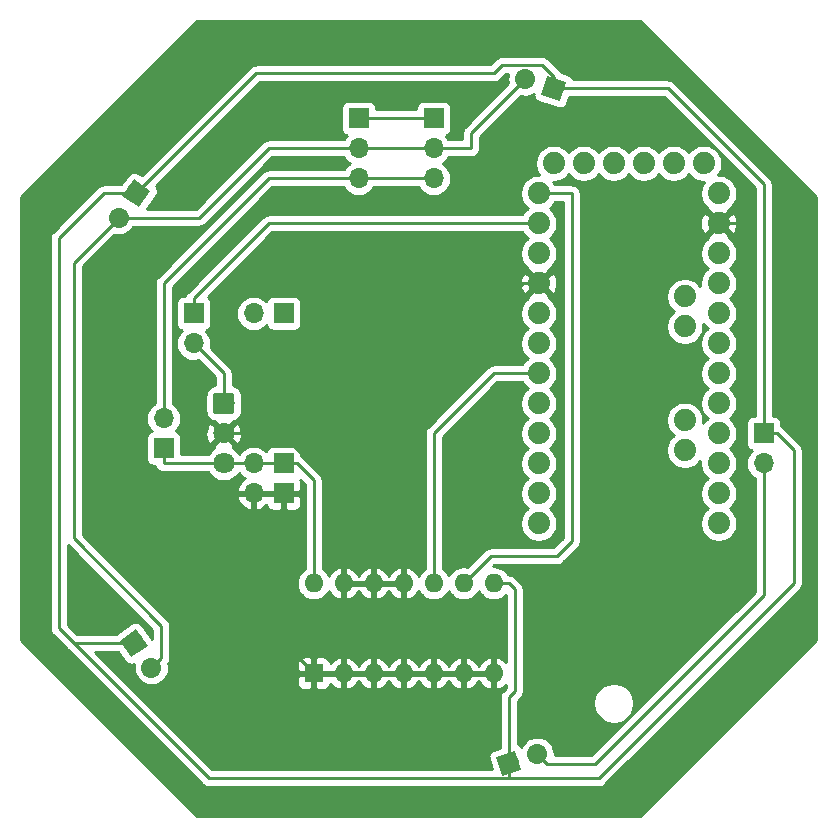
<source format=gbl>
G04 #@! TF.GenerationSoftware,KiCad,Pcbnew,(5.1.4)-1*
G04 #@! TF.CreationDate,2022-03-16T16:00:55+00:00*
G04 #@! TF.ProjectId,3Pi_IRComms_v2,3350695f-4952-4436-9f6d-6d735f76322e,rev?*
G04 #@! TF.SameCoordinates,Original*
G04 #@! TF.FileFunction,Copper,L2,Bot*
G04 #@! TF.FilePolarity,Positive*
%FSLAX46Y46*%
G04 Gerber Fmt 4.6, Leading zero omitted, Abs format (unit mm)*
G04 Created by KiCad (PCBNEW (5.1.4)-1) date 2022-03-16 16:00:55*
%MOMM*%
%LPD*%
G04 APERTURE LIST*
%ADD10C,1.879600*%
%ADD11O,1.700000X1.700000*%
%ADD12R,1.700000X1.700000*%
%ADD13C,1.700000*%
%ADD14C,1.700000*%
%ADD15C,0.150000*%
%ADD16R,1.600000X1.600000*%
%ADD17O,1.600000X1.600000*%
%ADD18C,1.800000*%
%ADD19C,0.800000*%
%ADD20C,0.250000*%
%ADD21C,0.254000*%
G04 APERTURE END LIST*
D10*
X121920000Y-69850000D03*
X127000000Y-69850000D03*
X124460000Y-69850000D03*
X129540000Y-69850000D03*
X119380000Y-69850000D03*
X116840000Y-69850000D03*
X127952500Y-91597480D03*
X127952500Y-94137480D03*
X127952500Y-81122520D03*
X127952500Y-83662520D03*
X130810000Y-72390000D03*
X130810000Y-74930000D03*
X130810000Y-77470000D03*
X130810000Y-80010000D03*
X130810000Y-82550000D03*
X130810000Y-85090000D03*
X130810000Y-87630000D03*
X130810000Y-90170000D03*
X130810000Y-92710000D03*
X130810000Y-95250000D03*
X130810000Y-97790000D03*
X130810000Y-100330000D03*
X115570000Y-100330000D03*
X115570000Y-97790000D03*
X115570000Y-95250000D03*
X115570000Y-92710000D03*
X115570000Y-90170000D03*
X115570000Y-87630000D03*
X115570000Y-85090000D03*
X115570000Y-82550000D03*
X115570000Y-80010000D03*
X115570000Y-77470000D03*
X115570000Y-74930000D03*
X115570000Y-72390000D03*
D11*
X91440000Y-82550000D03*
D12*
X93980000Y-82550000D03*
D11*
X134620000Y-95250000D03*
D12*
X134620000Y-92710000D03*
D11*
X86360000Y-85090000D03*
D12*
X86360000Y-82550000D03*
D13*
X80010000Y-74444903D03*
D14*
X80010000Y-74444903D02*
X80010000Y-74444903D01*
D13*
X81502975Y-72390000D03*
D15*
G36*
X80315693Y-72578047D02*
G01*
X81314928Y-71202718D01*
X82690257Y-72201953D01*
X81691022Y-73577282D01*
X80315693Y-72578047D01*
X80315693Y-72578047D01*
G37*
D16*
X96520000Y-113030000D03*
D17*
X111760000Y-105410000D03*
X99060000Y-113030000D03*
X109220000Y-105410000D03*
X101600000Y-113030000D03*
X106680000Y-105410000D03*
X104140000Y-113030000D03*
X104140000Y-105410000D03*
X106680000Y-113030000D03*
X101600000Y-105410000D03*
X109220000Y-113030000D03*
X99060000Y-105410000D03*
X111760000Y-113030000D03*
X96520000Y-105410000D03*
D15*
G36*
X89575947Y-89271196D02*
G01*
X89600060Y-89274773D01*
X89623707Y-89280696D01*
X89646659Y-89288908D01*
X89668695Y-89299331D01*
X89689604Y-89311863D01*
X89709183Y-89326384D01*
X89727245Y-89342755D01*
X89743616Y-89360817D01*
X89758137Y-89380396D01*
X89770669Y-89401305D01*
X89781092Y-89423341D01*
X89789304Y-89446293D01*
X89795227Y-89469940D01*
X89798804Y-89494053D01*
X89800000Y-89518400D01*
X89800000Y-90821600D01*
X89798804Y-90845947D01*
X89795227Y-90870060D01*
X89789304Y-90893707D01*
X89781092Y-90916659D01*
X89770669Y-90938695D01*
X89758137Y-90959604D01*
X89743616Y-90979183D01*
X89727245Y-90997245D01*
X89709183Y-91013616D01*
X89689604Y-91028137D01*
X89668695Y-91040669D01*
X89646659Y-91051092D01*
X89623707Y-91059304D01*
X89600060Y-91065227D01*
X89575947Y-91068804D01*
X89551600Y-91070000D01*
X88248400Y-91070000D01*
X88224053Y-91068804D01*
X88199940Y-91065227D01*
X88176293Y-91059304D01*
X88153341Y-91051092D01*
X88131305Y-91040669D01*
X88110396Y-91028137D01*
X88090817Y-91013616D01*
X88072755Y-90997245D01*
X88056384Y-90979183D01*
X88041863Y-90959604D01*
X88029331Y-90938695D01*
X88018908Y-90916659D01*
X88010696Y-90893707D01*
X88004773Y-90870060D01*
X88001196Y-90845947D01*
X88000000Y-90821600D01*
X88000000Y-89518400D01*
X88001196Y-89494053D01*
X88004773Y-89469940D01*
X88010696Y-89446293D01*
X88018908Y-89423341D01*
X88029331Y-89401305D01*
X88041863Y-89380396D01*
X88056384Y-89360817D01*
X88072755Y-89342755D01*
X88090817Y-89326384D01*
X88110396Y-89311863D01*
X88131305Y-89299331D01*
X88153341Y-89288908D01*
X88176293Y-89280696D01*
X88199940Y-89274773D01*
X88224053Y-89271196D01*
X88248400Y-89270000D01*
X89551600Y-89270000D01*
X89575947Y-89271196D01*
X89575947Y-89271196D01*
G37*
D18*
X88900000Y-90170000D03*
X88900000Y-92710000D03*
X88900000Y-95250000D03*
D11*
X91440000Y-97790000D03*
D12*
X93980000Y-97790000D03*
D11*
X100330000Y-71120000D03*
X100330000Y-68580000D03*
D12*
X100330000Y-66040000D03*
D13*
X82772975Y-112544903D03*
D14*
X82772975Y-112544903D02*
X82772975Y-112544903D01*
D13*
X81280000Y-110490000D03*
D15*
G36*
X81091953Y-111677282D02*
G01*
X80092718Y-110301953D01*
X81468047Y-109302718D01*
X82467282Y-110678047D01*
X81091953Y-111677282D01*
X81091953Y-111677282D01*
G37*
D11*
X106680000Y-71120000D03*
X106680000Y-68580000D03*
D12*
X106680000Y-66040000D03*
D11*
X83820000Y-91440000D03*
D12*
X83820000Y-93980000D03*
D13*
X114424316Y-62715097D03*
D14*
X114424316Y-62715097D02*
X114424316Y-62715097D01*
D13*
X116840000Y-63500000D03*
D15*
G36*
X116294266Y-62428938D02*
G01*
X117911062Y-62954266D01*
X117385734Y-64571062D01*
X115768938Y-64045734D01*
X116294266Y-62428938D01*
X116294266Y-62428938D01*
G37*
D13*
X115445684Y-119865097D03*
D14*
X115445684Y-119865097D02*
X115445684Y-119865097D01*
D13*
X113030000Y-120650000D03*
D15*
G36*
X114101062Y-121195734D02*
G01*
X112484266Y-121721062D01*
X111958938Y-120104266D01*
X113575734Y-119578938D01*
X114101062Y-121195734D01*
X114101062Y-121195734D01*
G37*
D11*
X91440000Y-95250000D03*
D12*
X93980000Y-95250000D03*
D19*
X85344000Y-64008000D03*
X132842000Y-74930000D03*
X87630000Y-104140000D03*
X101600000Y-119380000D03*
X93980000Y-66040000D03*
X77470000Y-106680000D03*
X99059501Y-98044499D03*
D20*
X118364000Y-72390000D02*
X115570000Y-72390000D01*
X118364000Y-101854000D02*
X118364000Y-72390000D01*
X117094000Y-103124000D02*
X118364000Y-101854000D01*
X111506000Y-103124000D02*
X117094000Y-103124000D01*
X109220000Y-105410000D02*
X111506000Y-103124000D01*
X92710000Y-74930000D02*
X115570000Y-74930000D01*
X86360000Y-82550000D02*
X86360000Y-81280000D01*
X86360000Y-81280000D02*
X92710000Y-74930000D01*
X106680000Y-105410000D02*
X106680000Y-104140000D01*
X115570000Y-87630000D02*
X111760000Y-87630000D01*
X106680000Y-92710000D02*
X106680000Y-105410000D01*
X111760000Y-87630000D02*
X106680000Y-92710000D01*
X100330000Y-71120000D02*
X106680000Y-71120000D01*
X83820000Y-91440000D02*
X83820000Y-80010000D01*
X83820000Y-80010000D02*
X92710000Y-71120000D01*
X92710000Y-71120000D02*
X100330000Y-71120000D01*
X83622974Y-111694904D02*
X82772975Y-112544903D01*
X83622974Y-109022974D02*
X83622974Y-111694904D01*
X76200000Y-78254903D02*
X76200000Y-101600000D01*
X100330000Y-68580000D02*
X106680000Y-68580000D01*
X109829413Y-68580000D02*
X109829413Y-67310000D01*
X109829413Y-67310000D02*
X114424316Y-62715097D01*
X76200000Y-101600000D02*
X83622974Y-109022974D01*
X80010000Y-74444903D02*
X76200000Y-78254903D01*
X92710000Y-68580000D02*
X86845097Y-74444903D01*
X100330000Y-68580000D02*
X92710000Y-68580000D01*
X86845097Y-74444903D02*
X80010000Y-74444903D01*
X106680000Y-68580000D02*
X109829413Y-68580000D01*
X116295683Y-120715096D02*
X115445684Y-119865097D01*
X120330904Y-120715096D02*
X116295683Y-120715096D01*
X134620000Y-95250000D02*
X134620000Y-106426000D01*
X134620000Y-106426000D02*
X120330904Y-120715096D01*
X106680000Y-66040000D02*
X100330000Y-66040000D01*
X88900000Y-87630000D02*
X86360000Y-85090000D01*
X88900000Y-90170000D02*
X88900000Y-87630000D01*
X83820000Y-95250000D02*
X88900000Y-95250000D01*
X91440000Y-95250000D02*
X93980000Y-95250000D01*
X83820000Y-93980000D02*
X83820000Y-95250000D01*
X91440000Y-95250000D02*
X88900000Y-95250000D01*
X96520000Y-104278630D02*
X96520000Y-105410000D01*
X96520000Y-96690000D02*
X96520000Y-104278630D01*
X95080000Y-95250000D02*
X96520000Y-96690000D01*
X93980000Y-95250000D02*
X95080000Y-95250000D01*
X99060000Y-98044998D02*
X99060000Y-105410000D01*
X91440000Y-92710000D02*
X93725002Y-92710000D01*
X104140000Y-105410000D02*
X99060000Y-105410000D01*
X111760000Y-113030000D02*
X96520000Y-113030000D01*
X91440000Y-92710000D02*
X88900000Y-92710000D01*
X87630000Y-104140000D02*
X91440000Y-107950000D01*
X91440000Y-107950000D02*
X96520000Y-113030000D01*
X91440000Y-97790000D02*
X93980000Y-97790000D01*
X91440000Y-98992081D02*
X91440000Y-107950000D01*
X91440000Y-97790000D02*
X91440000Y-98992081D01*
X97730424Y-96520499D02*
X97535501Y-96520499D01*
X114240923Y-80010000D02*
X97730424Y-96520499D01*
X115570000Y-80010000D02*
X114240923Y-80010000D01*
X93725002Y-92710000D02*
X97535501Y-96520499D01*
X97535501Y-96520499D02*
X99059501Y-98044499D01*
X99059501Y-98044499D02*
X99060000Y-98044998D01*
X132842000Y-74930000D02*
X130810000Y-74930000D01*
X120650000Y-121920000D02*
X137160000Y-105410000D01*
X74930000Y-76200000D02*
X78740000Y-72390000D01*
X111760000Y-62230000D02*
X112449904Y-61540096D01*
X81502975Y-72390000D02*
X80352318Y-72390000D01*
X91662975Y-62230000D02*
X111760000Y-62230000D01*
X76200000Y-110490000D02*
X74930000Y-109220000D01*
X74930000Y-100330000D02*
X74930000Y-76200000D01*
X92949070Y-121920000D02*
X87630000Y-121920000D01*
X81280000Y-110490000D02*
X76200000Y-110490000D01*
X112449904Y-61540096D02*
X115873838Y-61540096D01*
X115873838Y-61540096D02*
X116840000Y-62506258D01*
X87630000Y-121920000D02*
X76200000Y-110490000D01*
X74930000Y-100330000D02*
X74930000Y-109220000D01*
X92949070Y-121920000D02*
X116840000Y-121920000D01*
X78740000Y-72390000D02*
X81502975Y-72390000D01*
X137160000Y-94150000D02*
X135720000Y-92710000D01*
X135720000Y-92710000D02*
X134620000Y-92710000D01*
X116840000Y-121920000D02*
X120650000Y-121920000D01*
X91662975Y-62230000D02*
X81502975Y-72390000D01*
X116840000Y-62506258D02*
X116840000Y-63500000D01*
X113030000Y-121920000D02*
X113030000Y-120650000D01*
X137160000Y-105410000D02*
X137160000Y-94150000D01*
X111760000Y-105410000D02*
X112891370Y-105410000D01*
X112891370Y-105410000D02*
X113030000Y-105410000D01*
X113030000Y-105410000D02*
X113538000Y-105918000D01*
X113030000Y-120650000D02*
X113030000Y-115062000D01*
X113030000Y-115062000D02*
X113538000Y-114554000D01*
X113538000Y-114554000D02*
X113538000Y-105918000D01*
X126492000Y-63500000D02*
X116840000Y-63500000D01*
X134620000Y-92710000D02*
X134620000Y-71628000D01*
X134620000Y-71628000D02*
X126492000Y-63500000D01*
D21*
G36*
X139040000Y-72663381D02*
G01*
X139040001Y-110216618D01*
X124186620Y-125070000D01*
X86633381Y-125070000D01*
X71780000Y-110216620D01*
X71780000Y-76200000D01*
X74166324Y-76200000D01*
X74170001Y-76237333D01*
X74170000Y-100292667D01*
X74170000Y-100292668D01*
X74170001Y-109182668D01*
X74166324Y-109220000D01*
X74170001Y-109257333D01*
X74175703Y-109315220D01*
X74180998Y-109368985D01*
X74224454Y-109512246D01*
X74295026Y-109644276D01*
X74362362Y-109726324D01*
X74390000Y-109760001D01*
X74418998Y-109783799D01*
X75636200Y-111001002D01*
X75659999Y-111030001D01*
X75689003Y-111053804D01*
X87066201Y-122431003D01*
X87089999Y-122460001D01*
X87118997Y-122483799D01*
X87205723Y-122554974D01*
X87337753Y-122625546D01*
X87481014Y-122669003D01*
X87592667Y-122680000D01*
X87592677Y-122680000D01*
X87629999Y-122683676D01*
X87667322Y-122680000D01*
X112992667Y-122680000D01*
X113030000Y-122683677D01*
X113067333Y-122680000D01*
X120612678Y-122680000D01*
X120650000Y-122683676D01*
X120687322Y-122680000D01*
X120687333Y-122680000D01*
X120798986Y-122669003D01*
X120942247Y-122625546D01*
X121074276Y-122554974D01*
X121190001Y-122460001D01*
X121213804Y-122430997D01*
X137671004Y-105973798D01*
X137700001Y-105950001D01*
X137726332Y-105917917D01*
X137794974Y-105834277D01*
X137865546Y-105702247D01*
X137877656Y-105662324D01*
X137909003Y-105558986D01*
X137920000Y-105447333D01*
X137920000Y-105447323D01*
X137923676Y-105410000D01*
X137920000Y-105372677D01*
X137920000Y-94187333D01*
X137923677Y-94150000D01*
X137909003Y-94001014D01*
X137865546Y-93857753D01*
X137794974Y-93725724D01*
X137723799Y-93638997D01*
X137700001Y-93609999D01*
X137671003Y-93586201D01*
X136283804Y-92199003D01*
X136260001Y-92169999D01*
X136144276Y-92075026D01*
X136108072Y-92055674D01*
X136108072Y-91860000D01*
X136095812Y-91735518D01*
X136059502Y-91615820D01*
X136000537Y-91505506D01*
X135921185Y-91408815D01*
X135824494Y-91329463D01*
X135714180Y-91270498D01*
X135594482Y-91234188D01*
X135470000Y-91221928D01*
X135380000Y-91221928D01*
X135380000Y-71665323D01*
X135383676Y-71628000D01*
X135380000Y-71590677D01*
X135380000Y-71590667D01*
X135369003Y-71479014D01*
X135325546Y-71335753D01*
X135254974Y-71203724D01*
X135160001Y-71087999D01*
X135131003Y-71064201D01*
X127055804Y-62989003D01*
X127032001Y-62959999D01*
X126916276Y-62865026D01*
X126784247Y-62794454D01*
X126640986Y-62750997D01*
X126529333Y-62740000D01*
X126529322Y-62740000D01*
X126492000Y-62736324D01*
X126454678Y-62740000D01*
X118509104Y-62740000D01*
X118479588Y-62664587D01*
X118412151Y-62559239D01*
X118325456Y-62469072D01*
X118222837Y-62397551D01*
X118108237Y-62347423D01*
X117513580Y-62154208D01*
X117474974Y-62081982D01*
X117449628Y-62051098D01*
X117403799Y-61995254D01*
X117403795Y-61995250D01*
X117380001Y-61966257D01*
X117351009Y-61942464D01*
X116437641Y-61029098D01*
X116413839Y-61000095D01*
X116298114Y-60905122D01*
X116166085Y-60834550D01*
X116022824Y-60791093D01*
X115911171Y-60780096D01*
X115911160Y-60780096D01*
X115873838Y-60776420D01*
X115836516Y-60780096D01*
X112487237Y-60780096D01*
X112449904Y-60776419D01*
X112412571Y-60780096D01*
X112300918Y-60791093D01*
X112157657Y-60834550D01*
X112025628Y-60905122D01*
X111909903Y-61000095D01*
X111886105Y-61029094D01*
X111445199Y-61470000D01*
X91700300Y-61470000D01*
X91662975Y-61466324D01*
X91625650Y-61470000D01*
X91625642Y-61470000D01*
X91513989Y-61480997D01*
X91370728Y-61524454D01*
X91238699Y-61595026D01*
X91122974Y-61689999D01*
X91099176Y-61718997D01*
X81945800Y-70872374D01*
X81689977Y-70686507D01*
X81582063Y-70623257D01*
X81463883Y-70582276D01*
X81339979Y-70565138D01*
X81215112Y-70572502D01*
X81094080Y-70604084D01*
X80981536Y-70658672D01*
X80881804Y-70734167D01*
X80798717Y-70827669D01*
X80215789Y-71630000D01*
X78777325Y-71630000D01*
X78740000Y-71626324D01*
X78702675Y-71630000D01*
X78702667Y-71630000D01*
X78591014Y-71640997D01*
X78447753Y-71684454D01*
X78315724Y-71755026D01*
X78199999Y-71849999D01*
X78176201Y-71878997D01*
X74418998Y-75636201D01*
X74390000Y-75659999D01*
X74366202Y-75688997D01*
X74366201Y-75688998D01*
X74295026Y-75775724D01*
X74224454Y-75907754D01*
X74180998Y-76051015D01*
X74166324Y-76200000D01*
X71780000Y-76200000D01*
X71780000Y-72663380D01*
X86633381Y-57810000D01*
X124186620Y-57810000D01*
X139040000Y-72663381D01*
X139040000Y-72663381D01*
G37*
X139040000Y-72663381D02*
X139040001Y-110216618D01*
X124186620Y-125070000D01*
X86633381Y-125070000D01*
X71780000Y-110216620D01*
X71780000Y-76200000D01*
X74166324Y-76200000D01*
X74170001Y-76237333D01*
X74170000Y-100292667D01*
X74170000Y-100292668D01*
X74170001Y-109182668D01*
X74166324Y-109220000D01*
X74170001Y-109257333D01*
X74175703Y-109315220D01*
X74180998Y-109368985D01*
X74224454Y-109512246D01*
X74295026Y-109644276D01*
X74362362Y-109726324D01*
X74390000Y-109760001D01*
X74418998Y-109783799D01*
X75636200Y-111001002D01*
X75659999Y-111030001D01*
X75689003Y-111053804D01*
X87066201Y-122431003D01*
X87089999Y-122460001D01*
X87118997Y-122483799D01*
X87205723Y-122554974D01*
X87337753Y-122625546D01*
X87481014Y-122669003D01*
X87592667Y-122680000D01*
X87592677Y-122680000D01*
X87629999Y-122683676D01*
X87667322Y-122680000D01*
X112992667Y-122680000D01*
X113030000Y-122683677D01*
X113067333Y-122680000D01*
X120612678Y-122680000D01*
X120650000Y-122683676D01*
X120687322Y-122680000D01*
X120687333Y-122680000D01*
X120798986Y-122669003D01*
X120942247Y-122625546D01*
X121074276Y-122554974D01*
X121190001Y-122460001D01*
X121213804Y-122430997D01*
X137671004Y-105973798D01*
X137700001Y-105950001D01*
X137726332Y-105917917D01*
X137794974Y-105834277D01*
X137865546Y-105702247D01*
X137877656Y-105662324D01*
X137909003Y-105558986D01*
X137920000Y-105447333D01*
X137920000Y-105447323D01*
X137923676Y-105410000D01*
X137920000Y-105372677D01*
X137920000Y-94187333D01*
X137923677Y-94150000D01*
X137909003Y-94001014D01*
X137865546Y-93857753D01*
X137794974Y-93725724D01*
X137723799Y-93638997D01*
X137700001Y-93609999D01*
X137671003Y-93586201D01*
X136283804Y-92199003D01*
X136260001Y-92169999D01*
X136144276Y-92075026D01*
X136108072Y-92055674D01*
X136108072Y-91860000D01*
X136095812Y-91735518D01*
X136059502Y-91615820D01*
X136000537Y-91505506D01*
X135921185Y-91408815D01*
X135824494Y-91329463D01*
X135714180Y-91270498D01*
X135594482Y-91234188D01*
X135470000Y-91221928D01*
X135380000Y-91221928D01*
X135380000Y-71665323D01*
X135383676Y-71628000D01*
X135380000Y-71590677D01*
X135380000Y-71590667D01*
X135369003Y-71479014D01*
X135325546Y-71335753D01*
X135254974Y-71203724D01*
X135160001Y-71087999D01*
X135131003Y-71064201D01*
X127055804Y-62989003D01*
X127032001Y-62959999D01*
X126916276Y-62865026D01*
X126784247Y-62794454D01*
X126640986Y-62750997D01*
X126529333Y-62740000D01*
X126529322Y-62740000D01*
X126492000Y-62736324D01*
X126454678Y-62740000D01*
X118509104Y-62740000D01*
X118479588Y-62664587D01*
X118412151Y-62559239D01*
X118325456Y-62469072D01*
X118222837Y-62397551D01*
X118108237Y-62347423D01*
X117513580Y-62154208D01*
X117474974Y-62081982D01*
X117449628Y-62051098D01*
X117403799Y-61995254D01*
X117403795Y-61995250D01*
X117380001Y-61966257D01*
X117351009Y-61942464D01*
X116437641Y-61029098D01*
X116413839Y-61000095D01*
X116298114Y-60905122D01*
X116166085Y-60834550D01*
X116022824Y-60791093D01*
X115911171Y-60780096D01*
X115911160Y-60780096D01*
X115873838Y-60776420D01*
X115836516Y-60780096D01*
X112487237Y-60780096D01*
X112449904Y-60776419D01*
X112412571Y-60780096D01*
X112300918Y-60791093D01*
X112157657Y-60834550D01*
X112025628Y-60905122D01*
X111909903Y-61000095D01*
X111886105Y-61029094D01*
X111445199Y-61470000D01*
X91700300Y-61470000D01*
X91662975Y-61466324D01*
X91625650Y-61470000D01*
X91625642Y-61470000D01*
X91513989Y-61480997D01*
X91370728Y-61524454D01*
X91238699Y-61595026D01*
X91122974Y-61689999D01*
X91099176Y-61718997D01*
X81945800Y-70872374D01*
X81689977Y-70686507D01*
X81582063Y-70623257D01*
X81463883Y-70582276D01*
X81339979Y-70565138D01*
X81215112Y-70572502D01*
X81094080Y-70604084D01*
X80981536Y-70658672D01*
X80881804Y-70734167D01*
X80798717Y-70827669D01*
X80215789Y-71630000D01*
X78777325Y-71630000D01*
X78740000Y-71626324D01*
X78702675Y-71630000D01*
X78702667Y-71630000D01*
X78591014Y-71640997D01*
X78447753Y-71684454D01*
X78315724Y-71755026D01*
X78199999Y-71849999D01*
X78176201Y-71878997D01*
X74418998Y-75636201D01*
X74390000Y-75659999D01*
X74366202Y-75688997D01*
X74366201Y-75688998D01*
X74295026Y-75775724D01*
X74224454Y-75907754D01*
X74180998Y-76051015D01*
X74166324Y-76200000D01*
X71780000Y-76200000D01*
X71780000Y-72663380D01*
X86633381Y-57810000D01*
X124186620Y-57810000D01*
X139040000Y-72663381D01*
G36*
X115132833Y-64095797D02*
G01*
X115154822Y-64218933D01*
X115200412Y-64335413D01*
X115267849Y-64440761D01*
X115354544Y-64530928D01*
X115457163Y-64602449D01*
X115571763Y-64652577D01*
X117188559Y-65177905D01*
X117310737Y-65204711D01*
X117435797Y-65207167D01*
X117558933Y-65185178D01*
X117675413Y-65139588D01*
X117780761Y-65072151D01*
X117870928Y-64985456D01*
X117942449Y-64882837D01*
X117992577Y-64768237D01*
X118157713Y-64260000D01*
X126177199Y-64260000D01*
X133860001Y-71942803D01*
X133860000Y-91221928D01*
X133770000Y-91221928D01*
X133645518Y-91234188D01*
X133525820Y-91270498D01*
X133415506Y-91329463D01*
X133318815Y-91408815D01*
X133239463Y-91505506D01*
X133180498Y-91615820D01*
X133144188Y-91735518D01*
X133131928Y-91860000D01*
X133131928Y-93560000D01*
X133144188Y-93684482D01*
X133180498Y-93804180D01*
X133239463Y-93914494D01*
X133318815Y-94011185D01*
X133415506Y-94090537D01*
X133525820Y-94149502D01*
X133594687Y-94170393D01*
X133564866Y-94194866D01*
X133379294Y-94420986D01*
X133241401Y-94678966D01*
X133156487Y-94958889D01*
X133127815Y-95250000D01*
X133156487Y-95541111D01*
X133241401Y-95821034D01*
X133379294Y-96079014D01*
X133564866Y-96305134D01*
X133790986Y-96490706D01*
X133860000Y-96527595D01*
X133860001Y-106111197D01*
X120016103Y-119955096D01*
X116929005Y-119955096D01*
X116937869Y-119865097D01*
X116909197Y-119573986D01*
X116824283Y-119294063D01*
X116686390Y-119036083D01*
X116500818Y-118809963D01*
X116274698Y-118624391D01*
X116016718Y-118486498D01*
X115736795Y-118401584D01*
X115518634Y-118380097D01*
X115372734Y-118380097D01*
X115154573Y-118401584D01*
X114874650Y-118486498D01*
X114616670Y-118624391D01*
X114390550Y-118809963D01*
X114204978Y-119036083D01*
X114103593Y-119225761D01*
X114060928Y-119164544D01*
X113970761Y-119077849D01*
X113865413Y-119010412D01*
X113790000Y-118980896D01*
X113790000Y-115399117D01*
X120185000Y-115399117D01*
X120185000Y-115740883D01*
X120251675Y-116076081D01*
X120382463Y-116391831D01*
X120572337Y-116675998D01*
X120814002Y-116917663D01*
X121098169Y-117107537D01*
X121413919Y-117238325D01*
X121749117Y-117305000D01*
X122090883Y-117305000D01*
X122426081Y-117238325D01*
X122741831Y-117107537D01*
X123025998Y-116917663D01*
X123267663Y-116675998D01*
X123457537Y-116391831D01*
X123588325Y-116076081D01*
X123655000Y-115740883D01*
X123655000Y-115399117D01*
X123588325Y-115063919D01*
X123457537Y-114748169D01*
X123267663Y-114464002D01*
X123025998Y-114222337D01*
X122741831Y-114032463D01*
X122426081Y-113901675D01*
X122090883Y-113835000D01*
X121749117Y-113835000D01*
X121413919Y-113901675D01*
X121098169Y-114032463D01*
X120814002Y-114222337D01*
X120572337Y-114464002D01*
X120382463Y-114748169D01*
X120251675Y-115063919D01*
X120185000Y-115399117D01*
X113790000Y-115399117D01*
X113790000Y-115376801D01*
X114049003Y-115117798D01*
X114078001Y-115094001D01*
X114172974Y-114978276D01*
X114243546Y-114846247D01*
X114287003Y-114702986D01*
X114298000Y-114591333D01*
X114298000Y-114591324D01*
X114301676Y-114554001D01*
X114298000Y-114516678D01*
X114298000Y-105955322D01*
X114301676Y-105917999D01*
X114298000Y-105880676D01*
X114298000Y-105880667D01*
X114287003Y-105769014D01*
X114243546Y-105625753D01*
X114172974Y-105493724D01*
X114078001Y-105377999D01*
X114049002Y-105354200D01*
X113593803Y-104899002D01*
X113570001Y-104869999D01*
X113454276Y-104775026D01*
X113322247Y-104704454D01*
X113178986Y-104660997D01*
X113067333Y-104650000D01*
X113067322Y-104650000D01*
X113030000Y-104646324D01*
X112992678Y-104650000D01*
X112980901Y-104650000D01*
X112958932Y-104608899D01*
X112779608Y-104390392D01*
X112561101Y-104211068D01*
X112311808Y-104077818D01*
X112041309Y-103995764D01*
X111830492Y-103975000D01*
X111729802Y-103975000D01*
X111820802Y-103884000D01*
X117056678Y-103884000D01*
X117094000Y-103887676D01*
X117131322Y-103884000D01*
X117131333Y-103884000D01*
X117242986Y-103873003D01*
X117386247Y-103829546D01*
X117518276Y-103758974D01*
X117634001Y-103664001D01*
X117657804Y-103634997D01*
X118875004Y-102417798D01*
X118904001Y-102394001D01*
X118998974Y-102278276D01*
X119069546Y-102146247D01*
X119113003Y-102002986D01*
X119124000Y-101891333D01*
X119124000Y-101891324D01*
X119127676Y-101854001D01*
X119124000Y-101816678D01*
X119124000Y-80967416D01*
X126377700Y-80967416D01*
X126377700Y-81277624D01*
X126438218Y-81581872D01*
X126556930Y-81868468D01*
X126729273Y-82126397D01*
X126948623Y-82345747D01*
X127018624Y-82392520D01*
X126948623Y-82439293D01*
X126729273Y-82658643D01*
X126556930Y-82916572D01*
X126438218Y-83203168D01*
X126377700Y-83507416D01*
X126377700Y-83817624D01*
X126438218Y-84121872D01*
X126556930Y-84408468D01*
X126729273Y-84666397D01*
X126948623Y-84885747D01*
X127206552Y-85058090D01*
X127493148Y-85176802D01*
X127797396Y-85237320D01*
X128107604Y-85237320D01*
X128411852Y-85176802D01*
X128698448Y-85058090D01*
X128956377Y-84885747D01*
X129175727Y-84666397D01*
X129348070Y-84408468D01*
X129466782Y-84121872D01*
X129527300Y-83817624D01*
X129527300Y-83507416D01*
X129515250Y-83446835D01*
X129586773Y-83553877D01*
X129806123Y-83773227D01*
X129876124Y-83820000D01*
X129806123Y-83866773D01*
X129586773Y-84086123D01*
X129414430Y-84344052D01*
X129295718Y-84630648D01*
X129235200Y-84934896D01*
X129235200Y-85245104D01*
X129295718Y-85549352D01*
X129414430Y-85835948D01*
X129586773Y-86093877D01*
X129806123Y-86313227D01*
X129876124Y-86360000D01*
X129806123Y-86406773D01*
X129586773Y-86626123D01*
X129414430Y-86884052D01*
X129295718Y-87170648D01*
X129235200Y-87474896D01*
X129235200Y-87785104D01*
X129295718Y-88089352D01*
X129414430Y-88375948D01*
X129586773Y-88633877D01*
X129806123Y-88853227D01*
X129876124Y-88900000D01*
X129806123Y-88946773D01*
X129586773Y-89166123D01*
X129414430Y-89424052D01*
X129295718Y-89710648D01*
X129235200Y-90014896D01*
X129235200Y-90325104D01*
X129295718Y-90629352D01*
X129414430Y-90915948D01*
X129586773Y-91173877D01*
X129806123Y-91393227D01*
X129876124Y-91440000D01*
X129806123Y-91486773D01*
X129586773Y-91706123D01*
X129515250Y-91813165D01*
X129527300Y-91752584D01*
X129527300Y-91442376D01*
X129466782Y-91138128D01*
X129348070Y-90851532D01*
X129175727Y-90593603D01*
X128956377Y-90374253D01*
X128698448Y-90201910D01*
X128411852Y-90083198D01*
X128107604Y-90022680D01*
X127797396Y-90022680D01*
X127493148Y-90083198D01*
X127206552Y-90201910D01*
X126948623Y-90374253D01*
X126729273Y-90593603D01*
X126556930Y-90851532D01*
X126438218Y-91138128D01*
X126377700Y-91442376D01*
X126377700Y-91752584D01*
X126438218Y-92056832D01*
X126556930Y-92343428D01*
X126729273Y-92601357D01*
X126948623Y-92820707D01*
X127018624Y-92867480D01*
X126948623Y-92914253D01*
X126729273Y-93133603D01*
X126556930Y-93391532D01*
X126438218Y-93678128D01*
X126377700Y-93982376D01*
X126377700Y-94292584D01*
X126438218Y-94596832D01*
X126556930Y-94883428D01*
X126729273Y-95141357D01*
X126948623Y-95360707D01*
X127206552Y-95533050D01*
X127493148Y-95651762D01*
X127797396Y-95712280D01*
X128107604Y-95712280D01*
X128411852Y-95651762D01*
X128698448Y-95533050D01*
X128956377Y-95360707D01*
X129175727Y-95141357D01*
X129247250Y-95034315D01*
X129235200Y-95094896D01*
X129235200Y-95405104D01*
X129295718Y-95709352D01*
X129414430Y-95995948D01*
X129586773Y-96253877D01*
X129806123Y-96473227D01*
X129876124Y-96520000D01*
X129806123Y-96566773D01*
X129586773Y-96786123D01*
X129414430Y-97044052D01*
X129295718Y-97330648D01*
X129235200Y-97634896D01*
X129235200Y-97945104D01*
X129295718Y-98249352D01*
X129414430Y-98535948D01*
X129586773Y-98793877D01*
X129806123Y-99013227D01*
X129876124Y-99060000D01*
X129806123Y-99106773D01*
X129586773Y-99326123D01*
X129414430Y-99584052D01*
X129295718Y-99870648D01*
X129235200Y-100174896D01*
X129235200Y-100485104D01*
X129295718Y-100789352D01*
X129414430Y-101075948D01*
X129586773Y-101333877D01*
X129806123Y-101553227D01*
X130064052Y-101725570D01*
X130350648Y-101844282D01*
X130654896Y-101904800D01*
X130965104Y-101904800D01*
X131269352Y-101844282D01*
X131555948Y-101725570D01*
X131813877Y-101553227D01*
X132033227Y-101333877D01*
X132205570Y-101075948D01*
X132324282Y-100789352D01*
X132384800Y-100485104D01*
X132384800Y-100174896D01*
X132324282Y-99870648D01*
X132205570Y-99584052D01*
X132033227Y-99326123D01*
X131813877Y-99106773D01*
X131743876Y-99060000D01*
X131813877Y-99013227D01*
X132033227Y-98793877D01*
X132205570Y-98535948D01*
X132324282Y-98249352D01*
X132384800Y-97945104D01*
X132384800Y-97634896D01*
X132324282Y-97330648D01*
X132205570Y-97044052D01*
X132033227Y-96786123D01*
X131813877Y-96566773D01*
X131743876Y-96520000D01*
X131813877Y-96473227D01*
X132033227Y-96253877D01*
X132205570Y-95995948D01*
X132324282Y-95709352D01*
X132384800Y-95405104D01*
X132384800Y-95094896D01*
X132324282Y-94790648D01*
X132205570Y-94504052D01*
X132033227Y-94246123D01*
X131813877Y-94026773D01*
X131743876Y-93980000D01*
X131813877Y-93933227D01*
X132033227Y-93713877D01*
X132205570Y-93455948D01*
X132324282Y-93169352D01*
X132384800Y-92865104D01*
X132384800Y-92554896D01*
X132324282Y-92250648D01*
X132205570Y-91964052D01*
X132033227Y-91706123D01*
X131813877Y-91486773D01*
X131743876Y-91440000D01*
X131813877Y-91393227D01*
X132033227Y-91173877D01*
X132205570Y-90915948D01*
X132324282Y-90629352D01*
X132384800Y-90325104D01*
X132384800Y-90014896D01*
X132324282Y-89710648D01*
X132205570Y-89424052D01*
X132033227Y-89166123D01*
X131813877Y-88946773D01*
X131743876Y-88900000D01*
X131813877Y-88853227D01*
X132033227Y-88633877D01*
X132205570Y-88375948D01*
X132324282Y-88089352D01*
X132384800Y-87785104D01*
X132384800Y-87474896D01*
X132324282Y-87170648D01*
X132205570Y-86884052D01*
X132033227Y-86626123D01*
X131813877Y-86406773D01*
X131743876Y-86360000D01*
X131813877Y-86313227D01*
X132033227Y-86093877D01*
X132205570Y-85835948D01*
X132324282Y-85549352D01*
X132384800Y-85245104D01*
X132384800Y-84934896D01*
X132324282Y-84630648D01*
X132205570Y-84344052D01*
X132033227Y-84086123D01*
X131813877Y-83866773D01*
X131743876Y-83820000D01*
X131813877Y-83773227D01*
X132033227Y-83553877D01*
X132205570Y-83295948D01*
X132324282Y-83009352D01*
X132384800Y-82705104D01*
X132384800Y-82394896D01*
X132324282Y-82090648D01*
X132205570Y-81804052D01*
X132033227Y-81546123D01*
X131813877Y-81326773D01*
X131743876Y-81280000D01*
X131813877Y-81233227D01*
X132033227Y-81013877D01*
X132205570Y-80755948D01*
X132324282Y-80469352D01*
X132384800Y-80165104D01*
X132384800Y-79854896D01*
X132324282Y-79550648D01*
X132205570Y-79264052D01*
X132033227Y-79006123D01*
X131813877Y-78786773D01*
X131743876Y-78740000D01*
X131813877Y-78693227D01*
X132033227Y-78473877D01*
X132205570Y-78215948D01*
X132324282Y-77929352D01*
X132384800Y-77625104D01*
X132384800Y-77314896D01*
X132324282Y-77010648D01*
X132205570Y-76724052D01*
X132033227Y-76466123D01*
X131813877Y-76246773D01*
X131677286Y-76155505D01*
X131722871Y-76022476D01*
X130810000Y-75109605D01*
X129897129Y-76022476D01*
X129942714Y-76155505D01*
X129806123Y-76246773D01*
X129586773Y-76466123D01*
X129414430Y-76724052D01*
X129295718Y-77010648D01*
X129235200Y-77314896D01*
X129235200Y-77625104D01*
X129295718Y-77929352D01*
X129414430Y-78215948D01*
X129586773Y-78473877D01*
X129806123Y-78693227D01*
X129876124Y-78740000D01*
X129806123Y-78786773D01*
X129586773Y-79006123D01*
X129414430Y-79264052D01*
X129295718Y-79550648D01*
X129235200Y-79854896D01*
X129235200Y-80165104D01*
X129247250Y-80225685D01*
X129175727Y-80118643D01*
X128956377Y-79899293D01*
X128698448Y-79726950D01*
X128411852Y-79608238D01*
X128107604Y-79547720D01*
X127797396Y-79547720D01*
X127493148Y-79608238D01*
X127206552Y-79726950D01*
X126948623Y-79899293D01*
X126729273Y-80118643D01*
X126556930Y-80376572D01*
X126438218Y-80663168D01*
X126377700Y-80967416D01*
X119124000Y-80967416D01*
X119124000Y-74994977D01*
X129228916Y-74994977D01*
X129271973Y-75302184D01*
X129374135Y-75595086D01*
X129459277Y-75754377D01*
X129717524Y-75842871D01*
X130630395Y-74930000D01*
X130989605Y-74930000D01*
X131902476Y-75842871D01*
X132160723Y-75754377D01*
X132295597Y-75475024D01*
X132373381Y-75174725D01*
X132391084Y-74865023D01*
X132348027Y-74557816D01*
X132245865Y-74264914D01*
X132160723Y-74105623D01*
X131902476Y-74017129D01*
X130989605Y-74930000D01*
X130630395Y-74930000D01*
X129717524Y-74017129D01*
X129459277Y-74105623D01*
X129324403Y-74384976D01*
X129246619Y-74685275D01*
X129228916Y-74994977D01*
X119124000Y-74994977D01*
X119124000Y-72427333D01*
X119127677Y-72390000D01*
X119113003Y-72241014D01*
X119069546Y-72097753D01*
X118998974Y-71965724D01*
X118904001Y-71849999D01*
X118788276Y-71755026D01*
X118656247Y-71684454D01*
X118512986Y-71640997D01*
X118401333Y-71630000D01*
X118364000Y-71626323D01*
X118326667Y-71630000D01*
X116956181Y-71630000D01*
X116819070Y-71424800D01*
X116995104Y-71424800D01*
X117299352Y-71364282D01*
X117585948Y-71245570D01*
X117843877Y-71073227D01*
X118063227Y-70853877D01*
X118110000Y-70783876D01*
X118156773Y-70853877D01*
X118376123Y-71073227D01*
X118634052Y-71245570D01*
X118920648Y-71364282D01*
X119224896Y-71424800D01*
X119535104Y-71424800D01*
X119839352Y-71364282D01*
X120125948Y-71245570D01*
X120383877Y-71073227D01*
X120603227Y-70853877D01*
X120650000Y-70783876D01*
X120696773Y-70853877D01*
X120916123Y-71073227D01*
X121174052Y-71245570D01*
X121460648Y-71364282D01*
X121764896Y-71424800D01*
X122075104Y-71424800D01*
X122379352Y-71364282D01*
X122665948Y-71245570D01*
X122923877Y-71073227D01*
X123143227Y-70853877D01*
X123190000Y-70783876D01*
X123236773Y-70853877D01*
X123456123Y-71073227D01*
X123714052Y-71245570D01*
X124000648Y-71364282D01*
X124304896Y-71424800D01*
X124615104Y-71424800D01*
X124919352Y-71364282D01*
X125205948Y-71245570D01*
X125463877Y-71073227D01*
X125683227Y-70853877D01*
X125730000Y-70783876D01*
X125776773Y-70853877D01*
X125996123Y-71073227D01*
X126254052Y-71245570D01*
X126540648Y-71364282D01*
X126844896Y-71424800D01*
X127155104Y-71424800D01*
X127459352Y-71364282D01*
X127745948Y-71245570D01*
X128003877Y-71073227D01*
X128223227Y-70853877D01*
X128270000Y-70783876D01*
X128316773Y-70853877D01*
X128536123Y-71073227D01*
X128794052Y-71245570D01*
X129080648Y-71364282D01*
X129384896Y-71424800D01*
X129560930Y-71424800D01*
X129414430Y-71644052D01*
X129295718Y-71930648D01*
X129235200Y-72234896D01*
X129235200Y-72545104D01*
X129295718Y-72849352D01*
X129414430Y-73135948D01*
X129586773Y-73393877D01*
X129806123Y-73613227D01*
X129942714Y-73704495D01*
X129897129Y-73837524D01*
X130810000Y-74750395D01*
X131722871Y-73837524D01*
X131677286Y-73704495D01*
X131813877Y-73613227D01*
X132033227Y-73393877D01*
X132205570Y-73135948D01*
X132324282Y-72849352D01*
X132384800Y-72545104D01*
X132384800Y-72234896D01*
X132324282Y-71930648D01*
X132205570Y-71644052D01*
X132033227Y-71386123D01*
X131813877Y-71166773D01*
X131555948Y-70994430D01*
X131269352Y-70875718D01*
X130965104Y-70815200D01*
X130789070Y-70815200D01*
X130935570Y-70595948D01*
X131054282Y-70309352D01*
X131114800Y-70005104D01*
X131114800Y-69694896D01*
X131054282Y-69390648D01*
X130935570Y-69104052D01*
X130763227Y-68846123D01*
X130543877Y-68626773D01*
X130285948Y-68454430D01*
X129999352Y-68335718D01*
X129695104Y-68275200D01*
X129384896Y-68275200D01*
X129080648Y-68335718D01*
X128794052Y-68454430D01*
X128536123Y-68626773D01*
X128316773Y-68846123D01*
X128270000Y-68916124D01*
X128223227Y-68846123D01*
X128003877Y-68626773D01*
X127745948Y-68454430D01*
X127459352Y-68335718D01*
X127155104Y-68275200D01*
X126844896Y-68275200D01*
X126540648Y-68335718D01*
X126254052Y-68454430D01*
X125996123Y-68626773D01*
X125776773Y-68846123D01*
X125730000Y-68916124D01*
X125683227Y-68846123D01*
X125463877Y-68626773D01*
X125205948Y-68454430D01*
X124919352Y-68335718D01*
X124615104Y-68275200D01*
X124304896Y-68275200D01*
X124000648Y-68335718D01*
X123714052Y-68454430D01*
X123456123Y-68626773D01*
X123236773Y-68846123D01*
X123190000Y-68916124D01*
X123143227Y-68846123D01*
X122923877Y-68626773D01*
X122665948Y-68454430D01*
X122379352Y-68335718D01*
X122075104Y-68275200D01*
X121764896Y-68275200D01*
X121460648Y-68335718D01*
X121174052Y-68454430D01*
X120916123Y-68626773D01*
X120696773Y-68846123D01*
X120650000Y-68916124D01*
X120603227Y-68846123D01*
X120383877Y-68626773D01*
X120125948Y-68454430D01*
X119839352Y-68335718D01*
X119535104Y-68275200D01*
X119224896Y-68275200D01*
X118920648Y-68335718D01*
X118634052Y-68454430D01*
X118376123Y-68626773D01*
X118156773Y-68846123D01*
X118110000Y-68916124D01*
X118063227Y-68846123D01*
X117843877Y-68626773D01*
X117585948Y-68454430D01*
X117299352Y-68335718D01*
X116995104Y-68275200D01*
X116684896Y-68275200D01*
X116380648Y-68335718D01*
X116094052Y-68454430D01*
X115836123Y-68626773D01*
X115616773Y-68846123D01*
X115444430Y-69104052D01*
X115325718Y-69390648D01*
X115265200Y-69694896D01*
X115265200Y-70005104D01*
X115325718Y-70309352D01*
X115444430Y-70595948D01*
X115590930Y-70815200D01*
X115414896Y-70815200D01*
X115110648Y-70875718D01*
X114824052Y-70994430D01*
X114566123Y-71166773D01*
X114346773Y-71386123D01*
X114174430Y-71644052D01*
X114055718Y-71930648D01*
X113995200Y-72234896D01*
X113995200Y-72545104D01*
X114055718Y-72849352D01*
X114174430Y-73135948D01*
X114346773Y-73393877D01*
X114566123Y-73613227D01*
X114636124Y-73660000D01*
X114566123Y-73706773D01*
X114346773Y-73926123D01*
X114183819Y-74170000D01*
X92747322Y-74170000D01*
X92709999Y-74166324D01*
X92672676Y-74170000D01*
X92672667Y-74170000D01*
X92561014Y-74180997D01*
X92417753Y-74224454D01*
X92285723Y-74295026D01*
X92202083Y-74363668D01*
X92169999Y-74389999D01*
X92146201Y-74418997D01*
X85848998Y-80716201D01*
X85820000Y-80739999D01*
X85796202Y-80768997D01*
X85796201Y-80768998D01*
X85725026Y-80855724D01*
X85654454Y-80987754D01*
X85631954Y-81061928D01*
X85510000Y-81061928D01*
X85385518Y-81074188D01*
X85265820Y-81110498D01*
X85155506Y-81169463D01*
X85058815Y-81248815D01*
X84979463Y-81345506D01*
X84920498Y-81455820D01*
X84884188Y-81575518D01*
X84871928Y-81700000D01*
X84871928Y-83400000D01*
X84884188Y-83524482D01*
X84920498Y-83644180D01*
X84979463Y-83754494D01*
X85058815Y-83851185D01*
X85155506Y-83930537D01*
X85265820Y-83989502D01*
X85334687Y-84010393D01*
X85304866Y-84034866D01*
X85119294Y-84260986D01*
X84981401Y-84518966D01*
X84896487Y-84798889D01*
X84867815Y-85090000D01*
X84896487Y-85381111D01*
X84981401Y-85661034D01*
X85119294Y-85919014D01*
X85304866Y-86145134D01*
X85530986Y-86330706D01*
X85788966Y-86468599D01*
X86068889Y-86553513D01*
X86287050Y-86575000D01*
X86432950Y-86575000D01*
X86651111Y-86553513D01*
X86725995Y-86530797D01*
X88140001Y-87944804D01*
X88140001Y-88642604D01*
X88075458Y-88648961D01*
X87909162Y-88699407D01*
X87755903Y-88781325D01*
X87621570Y-88891570D01*
X87511325Y-89025903D01*
X87429407Y-89179162D01*
X87378961Y-89345458D01*
X87361928Y-89518400D01*
X87361928Y-90821600D01*
X87378961Y-90994542D01*
X87429407Y-91160838D01*
X87511325Y-91314097D01*
X87621570Y-91448430D01*
X87755903Y-91558675D01*
X87909162Y-91640593D01*
X88054193Y-91684588D01*
X88900000Y-92530395D01*
X89745807Y-91684588D01*
X89890838Y-91640593D01*
X90044097Y-91558675D01*
X90178430Y-91448430D01*
X90288675Y-91314097D01*
X90370593Y-91160838D01*
X90421039Y-90994542D01*
X90438072Y-90821600D01*
X90438072Y-89518400D01*
X90421039Y-89345458D01*
X90370593Y-89179162D01*
X90288675Y-89025903D01*
X90178430Y-88891570D01*
X90044097Y-88781325D01*
X89890838Y-88699407D01*
X89724542Y-88648961D01*
X89660000Y-88642604D01*
X89660000Y-87667322D01*
X89663676Y-87629999D01*
X89660000Y-87592676D01*
X89660000Y-87592667D01*
X89649003Y-87481014D01*
X89605546Y-87337753D01*
X89534974Y-87205724D01*
X89506188Y-87170648D01*
X89463799Y-87118996D01*
X89463795Y-87118992D01*
X89440001Y-87089999D01*
X89411008Y-87066205D01*
X87800797Y-85455995D01*
X87823513Y-85381111D01*
X87852185Y-85090000D01*
X87823513Y-84798889D01*
X87738599Y-84518966D01*
X87600706Y-84260986D01*
X87415134Y-84034866D01*
X87385313Y-84010393D01*
X87454180Y-83989502D01*
X87564494Y-83930537D01*
X87661185Y-83851185D01*
X87740537Y-83754494D01*
X87799502Y-83644180D01*
X87835812Y-83524482D01*
X87848072Y-83400000D01*
X87848072Y-82550000D01*
X89947815Y-82550000D01*
X89976487Y-82841111D01*
X90061401Y-83121034D01*
X90199294Y-83379014D01*
X90384866Y-83605134D01*
X90610986Y-83790706D01*
X90868966Y-83928599D01*
X91148889Y-84013513D01*
X91367050Y-84035000D01*
X91512950Y-84035000D01*
X91731111Y-84013513D01*
X92011034Y-83928599D01*
X92269014Y-83790706D01*
X92495134Y-83605134D01*
X92519607Y-83575313D01*
X92540498Y-83644180D01*
X92599463Y-83754494D01*
X92678815Y-83851185D01*
X92775506Y-83930537D01*
X92885820Y-83989502D01*
X93005518Y-84025812D01*
X93130000Y-84038072D01*
X94830000Y-84038072D01*
X94954482Y-84025812D01*
X95074180Y-83989502D01*
X95184494Y-83930537D01*
X95281185Y-83851185D01*
X95360537Y-83754494D01*
X95419502Y-83644180D01*
X95455812Y-83524482D01*
X95468072Y-83400000D01*
X95468072Y-81700000D01*
X95455812Y-81575518D01*
X95419502Y-81455820D01*
X95360537Y-81345506D01*
X95281185Y-81248815D01*
X95184494Y-81169463D01*
X95074180Y-81110498D01*
X94954482Y-81074188D01*
X94830000Y-81061928D01*
X93130000Y-81061928D01*
X93005518Y-81074188D01*
X92885820Y-81110498D01*
X92775506Y-81169463D01*
X92678815Y-81248815D01*
X92599463Y-81345506D01*
X92540498Y-81455820D01*
X92519607Y-81524687D01*
X92495134Y-81494866D01*
X92269014Y-81309294D01*
X92011034Y-81171401D01*
X91731111Y-81086487D01*
X91512950Y-81065000D01*
X91367050Y-81065000D01*
X91148889Y-81086487D01*
X90868966Y-81171401D01*
X90610986Y-81309294D01*
X90384866Y-81494866D01*
X90199294Y-81720986D01*
X90061401Y-81978966D01*
X89976487Y-82258889D01*
X89947815Y-82550000D01*
X87848072Y-82550000D01*
X87848072Y-81700000D01*
X87835812Y-81575518D01*
X87799502Y-81455820D01*
X87740537Y-81345506D01*
X87661185Y-81248815D01*
X87564494Y-81169463D01*
X87552011Y-81162790D01*
X88639824Y-80074977D01*
X113988916Y-80074977D01*
X114031973Y-80382184D01*
X114134135Y-80675086D01*
X114219277Y-80834377D01*
X114477524Y-80922871D01*
X115390395Y-80010000D01*
X115749605Y-80010000D01*
X116662476Y-80922871D01*
X116920723Y-80834377D01*
X117055597Y-80555024D01*
X117133381Y-80254725D01*
X117151084Y-79945023D01*
X117108027Y-79637816D01*
X117005865Y-79344914D01*
X116920723Y-79185623D01*
X116662476Y-79097129D01*
X115749605Y-80010000D01*
X115390395Y-80010000D01*
X114477524Y-79097129D01*
X114219277Y-79185623D01*
X114084403Y-79464976D01*
X114006619Y-79765275D01*
X113988916Y-80074977D01*
X88639824Y-80074977D01*
X93024802Y-75690000D01*
X114183819Y-75690000D01*
X114346773Y-75933877D01*
X114566123Y-76153227D01*
X114636124Y-76200000D01*
X114566123Y-76246773D01*
X114346773Y-76466123D01*
X114174430Y-76724052D01*
X114055718Y-77010648D01*
X113995200Y-77314896D01*
X113995200Y-77625104D01*
X114055718Y-77929352D01*
X114174430Y-78215948D01*
X114346773Y-78473877D01*
X114566123Y-78693227D01*
X114702714Y-78784495D01*
X114657129Y-78917524D01*
X115570000Y-79830395D01*
X116482871Y-78917524D01*
X116437286Y-78784495D01*
X116573877Y-78693227D01*
X116793227Y-78473877D01*
X116965570Y-78215948D01*
X117084282Y-77929352D01*
X117144800Y-77625104D01*
X117144800Y-77314896D01*
X117084282Y-77010648D01*
X116965570Y-76724052D01*
X116793227Y-76466123D01*
X116573877Y-76246773D01*
X116503876Y-76200000D01*
X116573877Y-76153227D01*
X116793227Y-75933877D01*
X116965570Y-75675948D01*
X117084282Y-75389352D01*
X117144800Y-75085104D01*
X117144800Y-74774896D01*
X117084282Y-74470648D01*
X116965570Y-74184052D01*
X116793227Y-73926123D01*
X116573877Y-73706773D01*
X116503876Y-73660000D01*
X116573877Y-73613227D01*
X116793227Y-73393877D01*
X116956181Y-73150000D01*
X117604001Y-73150000D01*
X117604000Y-101539198D01*
X116779199Y-102364000D01*
X111543322Y-102364000D01*
X111505999Y-102360324D01*
X111468676Y-102364000D01*
X111468667Y-102364000D01*
X111357014Y-102374997D01*
X111213753Y-102418454D01*
X111081724Y-102489026D01*
X110965999Y-102583999D01*
X110942201Y-102612997D01*
X109545906Y-104009292D01*
X109501309Y-103995764D01*
X109290492Y-103975000D01*
X109149508Y-103975000D01*
X108938691Y-103995764D01*
X108668192Y-104077818D01*
X108418899Y-104211068D01*
X108200392Y-104390392D01*
X108021068Y-104608899D01*
X107950000Y-104741858D01*
X107878932Y-104608899D01*
X107699608Y-104390392D01*
X107481101Y-104211068D01*
X107440000Y-104189099D01*
X107440000Y-93024801D01*
X112074802Y-88390000D01*
X114183819Y-88390000D01*
X114346773Y-88633877D01*
X114566123Y-88853227D01*
X114636124Y-88900000D01*
X114566123Y-88946773D01*
X114346773Y-89166123D01*
X114174430Y-89424052D01*
X114055718Y-89710648D01*
X113995200Y-90014896D01*
X113995200Y-90325104D01*
X114055718Y-90629352D01*
X114174430Y-90915948D01*
X114346773Y-91173877D01*
X114566123Y-91393227D01*
X114636124Y-91440000D01*
X114566123Y-91486773D01*
X114346773Y-91706123D01*
X114174430Y-91964052D01*
X114055718Y-92250648D01*
X113995200Y-92554896D01*
X113995200Y-92865104D01*
X114055718Y-93169352D01*
X114174430Y-93455948D01*
X114346773Y-93713877D01*
X114566123Y-93933227D01*
X114636124Y-93980000D01*
X114566123Y-94026773D01*
X114346773Y-94246123D01*
X114174430Y-94504052D01*
X114055718Y-94790648D01*
X113995200Y-95094896D01*
X113995200Y-95405104D01*
X114055718Y-95709352D01*
X114174430Y-95995948D01*
X114346773Y-96253877D01*
X114566123Y-96473227D01*
X114636124Y-96520000D01*
X114566123Y-96566773D01*
X114346773Y-96786123D01*
X114174430Y-97044052D01*
X114055718Y-97330648D01*
X113995200Y-97634896D01*
X113995200Y-97945104D01*
X114055718Y-98249352D01*
X114174430Y-98535948D01*
X114346773Y-98793877D01*
X114566123Y-99013227D01*
X114636124Y-99060000D01*
X114566123Y-99106773D01*
X114346773Y-99326123D01*
X114174430Y-99584052D01*
X114055718Y-99870648D01*
X113995200Y-100174896D01*
X113995200Y-100485104D01*
X114055718Y-100789352D01*
X114174430Y-101075948D01*
X114346773Y-101333877D01*
X114566123Y-101553227D01*
X114824052Y-101725570D01*
X115110648Y-101844282D01*
X115414896Y-101904800D01*
X115725104Y-101904800D01*
X116029352Y-101844282D01*
X116315948Y-101725570D01*
X116573877Y-101553227D01*
X116793227Y-101333877D01*
X116965570Y-101075948D01*
X117084282Y-100789352D01*
X117144800Y-100485104D01*
X117144800Y-100174896D01*
X117084282Y-99870648D01*
X116965570Y-99584052D01*
X116793227Y-99326123D01*
X116573877Y-99106773D01*
X116503876Y-99060000D01*
X116573877Y-99013227D01*
X116793227Y-98793877D01*
X116965570Y-98535948D01*
X117084282Y-98249352D01*
X117144800Y-97945104D01*
X117144800Y-97634896D01*
X117084282Y-97330648D01*
X116965570Y-97044052D01*
X116793227Y-96786123D01*
X116573877Y-96566773D01*
X116503876Y-96520000D01*
X116573877Y-96473227D01*
X116793227Y-96253877D01*
X116965570Y-95995948D01*
X117084282Y-95709352D01*
X117144800Y-95405104D01*
X117144800Y-95094896D01*
X117084282Y-94790648D01*
X116965570Y-94504052D01*
X116793227Y-94246123D01*
X116573877Y-94026773D01*
X116503876Y-93980000D01*
X116573877Y-93933227D01*
X116793227Y-93713877D01*
X116965570Y-93455948D01*
X117084282Y-93169352D01*
X117144800Y-92865104D01*
X117144800Y-92554896D01*
X117084282Y-92250648D01*
X116965570Y-91964052D01*
X116793227Y-91706123D01*
X116573877Y-91486773D01*
X116503876Y-91440000D01*
X116573877Y-91393227D01*
X116793227Y-91173877D01*
X116965570Y-90915948D01*
X117084282Y-90629352D01*
X117144800Y-90325104D01*
X117144800Y-90014896D01*
X117084282Y-89710648D01*
X116965570Y-89424052D01*
X116793227Y-89166123D01*
X116573877Y-88946773D01*
X116503876Y-88900000D01*
X116573877Y-88853227D01*
X116793227Y-88633877D01*
X116965570Y-88375948D01*
X117084282Y-88089352D01*
X117144800Y-87785104D01*
X117144800Y-87474896D01*
X117084282Y-87170648D01*
X116965570Y-86884052D01*
X116793227Y-86626123D01*
X116573877Y-86406773D01*
X116503876Y-86360000D01*
X116573877Y-86313227D01*
X116793227Y-86093877D01*
X116965570Y-85835948D01*
X117084282Y-85549352D01*
X117144800Y-85245104D01*
X117144800Y-84934896D01*
X117084282Y-84630648D01*
X116965570Y-84344052D01*
X116793227Y-84086123D01*
X116573877Y-83866773D01*
X116503876Y-83820000D01*
X116573877Y-83773227D01*
X116793227Y-83553877D01*
X116965570Y-83295948D01*
X117084282Y-83009352D01*
X117144800Y-82705104D01*
X117144800Y-82394896D01*
X117084282Y-82090648D01*
X116965570Y-81804052D01*
X116793227Y-81546123D01*
X116573877Y-81326773D01*
X116437286Y-81235505D01*
X116482871Y-81102476D01*
X115570000Y-80189605D01*
X114657129Y-81102476D01*
X114702714Y-81235505D01*
X114566123Y-81326773D01*
X114346773Y-81546123D01*
X114174430Y-81804052D01*
X114055718Y-82090648D01*
X113995200Y-82394896D01*
X113995200Y-82705104D01*
X114055718Y-83009352D01*
X114174430Y-83295948D01*
X114346773Y-83553877D01*
X114566123Y-83773227D01*
X114636124Y-83820000D01*
X114566123Y-83866773D01*
X114346773Y-84086123D01*
X114174430Y-84344052D01*
X114055718Y-84630648D01*
X113995200Y-84934896D01*
X113995200Y-85245104D01*
X114055718Y-85549352D01*
X114174430Y-85835948D01*
X114346773Y-86093877D01*
X114566123Y-86313227D01*
X114636124Y-86360000D01*
X114566123Y-86406773D01*
X114346773Y-86626123D01*
X114183819Y-86870000D01*
X111797323Y-86870000D01*
X111760000Y-86866324D01*
X111722677Y-86870000D01*
X111722667Y-86870000D01*
X111611014Y-86880997D01*
X111467753Y-86924454D01*
X111335723Y-86995026D01*
X111252083Y-87063668D01*
X111219999Y-87089999D01*
X111196202Y-87118996D01*
X106169003Y-92146196D01*
X106139999Y-92169999D01*
X106084871Y-92237174D01*
X106045026Y-92285724D01*
X106013827Y-92344093D01*
X105974454Y-92417754D01*
X105930997Y-92561015D01*
X105920000Y-92672668D01*
X105920000Y-92672678D01*
X105916324Y-92710000D01*
X105920000Y-92747322D01*
X105920001Y-104102667D01*
X105920001Y-104189099D01*
X105878899Y-104211068D01*
X105660392Y-104390392D01*
X105481068Y-104608899D01*
X105407421Y-104746682D01*
X105292385Y-104554869D01*
X105103414Y-104346481D01*
X104877420Y-104178963D01*
X104623087Y-104058754D01*
X104489039Y-104018096D01*
X104267000Y-104140085D01*
X104267000Y-105283000D01*
X104287000Y-105283000D01*
X104287000Y-105537000D01*
X104267000Y-105537000D01*
X104267000Y-106679915D01*
X104489039Y-106801904D01*
X104623087Y-106761246D01*
X104877420Y-106641037D01*
X105103414Y-106473519D01*
X105292385Y-106265131D01*
X105407421Y-106073318D01*
X105481068Y-106211101D01*
X105660392Y-106429608D01*
X105878899Y-106608932D01*
X106128192Y-106742182D01*
X106398691Y-106824236D01*
X106609508Y-106845000D01*
X106750492Y-106845000D01*
X106961309Y-106824236D01*
X107231808Y-106742182D01*
X107481101Y-106608932D01*
X107699608Y-106429608D01*
X107878932Y-106211101D01*
X107950000Y-106078142D01*
X108021068Y-106211101D01*
X108200392Y-106429608D01*
X108418899Y-106608932D01*
X108668192Y-106742182D01*
X108938691Y-106824236D01*
X109149508Y-106845000D01*
X109290492Y-106845000D01*
X109501309Y-106824236D01*
X109771808Y-106742182D01*
X110021101Y-106608932D01*
X110239608Y-106429608D01*
X110418932Y-106211101D01*
X110490000Y-106078142D01*
X110561068Y-106211101D01*
X110740392Y-106429608D01*
X110958899Y-106608932D01*
X111208192Y-106742182D01*
X111478691Y-106824236D01*
X111689508Y-106845000D01*
X111830492Y-106845000D01*
X112041309Y-106824236D01*
X112311808Y-106742182D01*
X112561101Y-106608932D01*
X112778001Y-106430927D01*
X112778000Y-112026676D01*
X112723414Y-111966481D01*
X112497420Y-111798963D01*
X112243087Y-111678754D01*
X112109039Y-111638096D01*
X111887000Y-111760085D01*
X111887000Y-112903000D01*
X111907000Y-112903000D01*
X111907000Y-113157000D01*
X111887000Y-113157000D01*
X111887000Y-114299915D01*
X112109039Y-114421904D01*
X112243087Y-114381246D01*
X112497420Y-114261037D01*
X112723414Y-114093519D01*
X112778000Y-114033324D01*
X112778000Y-114239198D01*
X112518998Y-114498201D01*
X112490000Y-114521999D01*
X112466202Y-114550997D01*
X112466201Y-114550998D01*
X112395026Y-114637724D01*
X112324454Y-114769754D01*
X112280998Y-114913015D01*
X112266324Y-115062000D01*
X112270001Y-115099332D01*
X112270000Y-119332287D01*
X111761763Y-119497423D01*
X111647163Y-119547551D01*
X111544544Y-119619072D01*
X111457849Y-119709239D01*
X111390412Y-119814587D01*
X111344822Y-119931067D01*
X111322833Y-120054203D01*
X111325289Y-120179263D01*
X111352095Y-120301441D01*
X111631057Y-121160000D01*
X87944802Y-121160000D01*
X78034801Y-111250000D01*
X79992814Y-111250000D01*
X80575742Y-112052331D01*
X80658829Y-112145833D01*
X80758561Y-112221328D01*
X80871105Y-112275916D01*
X80992137Y-112307498D01*
X81117004Y-112314862D01*
X81240908Y-112297724D01*
X81307406Y-112274665D01*
X81280790Y-112544903D01*
X81309462Y-112836014D01*
X81394376Y-113115937D01*
X81532269Y-113373917D01*
X81717841Y-113600037D01*
X81943961Y-113785609D01*
X82201941Y-113923502D01*
X82481864Y-114008416D01*
X82700025Y-114029903D01*
X82845925Y-114029903D01*
X83064086Y-114008416D01*
X83344009Y-113923502D01*
X83518939Y-113830000D01*
X95081928Y-113830000D01*
X95094188Y-113954482D01*
X95130498Y-114074180D01*
X95189463Y-114184494D01*
X95268815Y-114281185D01*
X95365506Y-114360537D01*
X95475820Y-114419502D01*
X95595518Y-114455812D01*
X95720000Y-114468072D01*
X96234250Y-114465000D01*
X96393000Y-114306250D01*
X96393000Y-113157000D01*
X96647000Y-113157000D01*
X96647000Y-114306250D01*
X96805750Y-114465000D01*
X97320000Y-114468072D01*
X97444482Y-114455812D01*
X97564180Y-114419502D01*
X97674494Y-114360537D01*
X97771185Y-114281185D01*
X97850537Y-114184494D01*
X97909502Y-114074180D01*
X97945812Y-113954482D01*
X97948231Y-113929920D01*
X98096586Y-114093519D01*
X98322580Y-114261037D01*
X98576913Y-114381246D01*
X98710961Y-114421904D01*
X98933000Y-114299915D01*
X98933000Y-113157000D01*
X99187000Y-113157000D01*
X99187000Y-114299915D01*
X99409039Y-114421904D01*
X99543087Y-114381246D01*
X99797420Y-114261037D01*
X100023414Y-114093519D01*
X100212385Y-113885131D01*
X100330000Y-113689018D01*
X100447615Y-113885131D01*
X100636586Y-114093519D01*
X100862580Y-114261037D01*
X101116913Y-114381246D01*
X101250961Y-114421904D01*
X101473000Y-114299915D01*
X101473000Y-113157000D01*
X101727000Y-113157000D01*
X101727000Y-114299915D01*
X101949039Y-114421904D01*
X102083087Y-114381246D01*
X102337420Y-114261037D01*
X102563414Y-114093519D01*
X102752385Y-113885131D01*
X102870000Y-113689018D01*
X102987615Y-113885131D01*
X103176586Y-114093519D01*
X103402580Y-114261037D01*
X103656913Y-114381246D01*
X103790961Y-114421904D01*
X104013000Y-114299915D01*
X104013000Y-113157000D01*
X104267000Y-113157000D01*
X104267000Y-114299915D01*
X104489039Y-114421904D01*
X104623087Y-114381246D01*
X104877420Y-114261037D01*
X105103414Y-114093519D01*
X105292385Y-113885131D01*
X105410000Y-113689018D01*
X105527615Y-113885131D01*
X105716586Y-114093519D01*
X105942580Y-114261037D01*
X106196913Y-114381246D01*
X106330961Y-114421904D01*
X106553000Y-114299915D01*
X106553000Y-113157000D01*
X106807000Y-113157000D01*
X106807000Y-114299915D01*
X107029039Y-114421904D01*
X107163087Y-114381246D01*
X107417420Y-114261037D01*
X107643414Y-114093519D01*
X107832385Y-113885131D01*
X107950000Y-113689018D01*
X108067615Y-113885131D01*
X108256586Y-114093519D01*
X108482580Y-114261037D01*
X108736913Y-114381246D01*
X108870961Y-114421904D01*
X109093000Y-114299915D01*
X109093000Y-113157000D01*
X109347000Y-113157000D01*
X109347000Y-114299915D01*
X109569039Y-114421904D01*
X109703087Y-114381246D01*
X109957420Y-114261037D01*
X110183414Y-114093519D01*
X110372385Y-113885131D01*
X110490000Y-113689018D01*
X110607615Y-113885131D01*
X110796586Y-114093519D01*
X111022580Y-114261037D01*
X111276913Y-114381246D01*
X111410961Y-114421904D01*
X111633000Y-114299915D01*
X111633000Y-113157000D01*
X109347000Y-113157000D01*
X109093000Y-113157000D01*
X106807000Y-113157000D01*
X106553000Y-113157000D01*
X104267000Y-113157000D01*
X104013000Y-113157000D01*
X101727000Y-113157000D01*
X101473000Y-113157000D01*
X99187000Y-113157000D01*
X98933000Y-113157000D01*
X96647000Y-113157000D01*
X96393000Y-113157000D01*
X95243750Y-113157000D01*
X95085000Y-113315750D01*
X95081928Y-113830000D01*
X83518939Y-113830000D01*
X83601989Y-113785609D01*
X83828109Y-113600037D01*
X84013681Y-113373917D01*
X84151574Y-113115937D01*
X84236488Y-112836014D01*
X84265160Y-112544903D01*
X84236488Y-112253792D01*
X84229271Y-112230000D01*
X95081928Y-112230000D01*
X95085000Y-112744250D01*
X95243750Y-112903000D01*
X96393000Y-112903000D01*
X96393000Y-111753750D01*
X96647000Y-111753750D01*
X96647000Y-112903000D01*
X98933000Y-112903000D01*
X98933000Y-111760085D01*
X99187000Y-111760085D01*
X99187000Y-112903000D01*
X101473000Y-112903000D01*
X101473000Y-111760085D01*
X101727000Y-111760085D01*
X101727000Y-112903000D01*
X104013000Y-112903000D01*
X104013000Y-111760085D01*
X104267000Y-111760085D01*
X104267000Y-112903000D01*
X106553000Y-112903000D01*
X106553000Y-111760085D01*
X106807000Y-111760085D01*
X106807000Y-112903000D01*
X109093000Y-112903000D01*
X109093000Y-111760085D01*
X109347000Y-111760085D01*
X109347000Y-112903000D01*
X111633000Y-112903000D01*
X111633000Y-111760085D01*
X111410961Y-111638096D01*
X111276913Y-111678754D01*
X111022580Y-111798963D01*
X110796586Y-111966481D01*
X110607615Y-112174869D01*
X110490000Y-112370982D01*
X110372385Y-112174869D01*
X110183414Y-111966481D01*
X109957420Y-111798963D01*
X109703087Y-111678754D01*
X109569039Y-111638096D01*
X109347000Y-111760085D01*
X109093000Y-111760085D01*
X108870961Y-111638096D01*
X108736913Y-111678754D01*
X108482580Y-111798963D01*
X108256586Y-111966481D01*
X108067615Y-112174869D01*
X107950000Y-112370982D01*
X107832385Y-112174869D01*
X107643414Y-111966481D01*
X107417420Y-111798963D01*
X107163087Y-111678754D01*
X107029039Y-111638096D01*
X106807000Y-111760085D01*
X106553000Y-111760085D01*
X106330961Y-111638096D01*
X106196913Y-111678754D01*
X105942580Y-111798963D01*
X105716586Y-111966481D01*
X105527615Y-112174869D01*
X105410000Y-112370982D01*
X105292385Y-112174869D01*
X105103414Y-111966481D01*
X104877420Y-111798963D01*
X104623087Y-111678754D01*
X104489039Y-111638096D01*
X104267000Y-111760085D01*
X104013000Y-111760085D01*
X103790961Y-111638096D01*
X103656913Y-111678754D01*
X103402580Y-111798963D01*
X103176586Y-111966481D01*
X102987615Y-112174869D01*
X102870000Y-112370982D01*
X102752385Y-112174869D01*
X102563414Y-111966481D01*
X102337420Y-111798963D01*
X102083087Y-111678754D01*
X101949039Y-111638096D01*
X101727000Y-111760085D01*
X101473000Y-111760085D01*
X101250961Y-111638096D01*
X101116913Y-111678754D01*
X100862580Y-111798963D01*
X100636586Y-111966481D01*
X100447615Y-112174869D01*
X100330000Y-112370982D01*
X100212385Y-112174869D01*
X100023414Y-111966481D01*
X99797420Y-111798963D01*
X99543087Y-111678754D01*
X99409039Y-111638096D01*
X99187000Y-111760085D01*
X98933000Y-111760085D01*
X98710961Y-111638096D01*
X98576913Y-111678754D01*
X98322580Y-111798963D01*
X98096586Y-111966481D01*
X97948231Y-112130080D01*
X97945812Y-112105518D01*
X97909502Y-111985820D01*
X97850537Y-111875506D01*
X97771185Y-111778815D01*
X97674494Y-111699463D01*
X97564180Y-111640498D01*
X97444482Y-111604188D01*
X97320000Y-111591928D01*
X96805750Y-111595000D01*
X96647000Y-111753750D01*
X96393000Y-111753750D01*
X96234250Y-111595000D01*
X95720000Y-111591928D01*
X95595518Y-111604188D01*
X95475820Y-111640498D01*
X95365506Y-111699463D01*
X95268815Y-111778815D01*
X95189463Y-111875506D01*
X95130498Y-111985820D01*
X95094188Y-112105518D01*
X95081928Y-112230000D01*
X84229271Y-112230000D01*
X84212466Y-112174601D01*
X84257948Y-112119181D01*
X84328520Y-111987151D01*
X84334790Y-111966481D01*
X84371977Y-111843890D01*
X84382974Y-111732237D01*
X84382974Y-111732228D01*
X84386650Y-111694905D01*
X84382974Y-111657582D01*
X84382974Y-109060307D01*
X84386651Y-109022974D01*
X84371977Y-108873988D01*
X84328520Y-108730727D01*
X84257948Y-108598698D01*
X84186773Y-108511971D01*
X84162975Y-108482973D01*
X84133978Y-108459176D01*
X76960000Y-101285199D01*
X76960000Y-98146891D01*
X89998519Y-98146891D01*
X90095843Y-98421252D01*
X90244822Y-98671355D01*
X90439731Y-98887588D01*
X90673080Y-99061641D01*
X90935901Y-99186825D01*
X91083110Y-99231476D01*
X91313000Y-99110155D01*
X91313000Y-97917000D01*
X91567000Y-97917000D01*
X91567000Y-99110155D01*
X91796890Y-99231476D01*
X91944099Y-99186825D01*
X92206920Y-99061641D01*
X92440269Y-98887588D01*
X92516034Y-98803534D01*
X92540498Y-98884180D01*
X92599463Y-98994494D01*
X92678815Y-99091185D01*
X92775506Y-99170537D01*
X92885820Y-99229502D01*
X93005518Y-99265812D01*
X93130000Y-99278072D01*
X93694250Y-99275000D01*
X93853000Y-99116250D01*
X93853000Y-97917000D01*
X94107000Y-97917000D01*
X94107000Y-99116250D01*
X94265750Y-99275000D01*
X94830000Y-99278072D01*
X94954482Y-99265812D01*
X95074180Y-99229502D01*
X95184494Y-99170537D01*
X95281185Y-99091185D01*
X95360537Y-98994494D01*
X95419502Y-98884180D01*
X95455812Y-98764482D01*
X95468072Y-98640000D01*
X95465000Y-98075750D01*
X95306250Y-97917000D01*
X94107000Y-97917000D01*
X93853000Y-97917000D01*
X91567000Y-97917000D01*
X91313000Y-97917000D01*
X90119186Y-97917000D01*
X89998519Y-98146891D01*
X76960000Y-98146891D01*
X76960000Y-78569704D01*
X79644005Y-75885700D01*
X79718889Y-75908416D01*
X79937050Y-75929903D01*
X80082950Y-75929903D01*
X80301111Y-75908416D01*
X80581034Y-75823502D01*
X80839014Y-75685609D01*
X81065134Y-75500037D01*
X81250706Y-75273917D01*
X81287595Y-75204903D01*
X86807775Y-75204903D01*
X86845097Y-75208579D01*
X86882419Y-75204903D01*
X86882430Y-75204903D01*
X86994083Y-75193906D01*
X87137344Y-75150449D01*
X87269373Y-75079877D01*
X87385098Y-74984904D01*
X87408901Y-74955900D01*
X93024802Y-69340000D01*
X99052405Y-69340000D01*
X99089294Y-69409014D01*
X99274866Y-69635134D01*
X99500986Y-69820706D01*
X99555791Y-69850000D01*
X99500986Y-69879294D01*
X99274866Y-70064866D01*
X99089294Y-70290986D01*
X99052405Y-70360000D01*
X92747333Y-70360000D01*
X92710000Y-70356323D01*
X92672667Y-70360000D01*
X92561014Y-70370997D01*
X92417753Y-70414454D01*
X92285724Y-70485026D01*
X92169999Y-70579999D01*
X92146201Y-70608997D01*
X83308998Y-79446201D01*
X83280000Y-79469999D01*
X83256202Y-79498997D01*
X83256201Y-79498998D01*
X83185026Y-79585724D01*
X83114454Y-79717754D01*
X83070998Y-79861015D01*
X83056324Y-80010000D01*
X83060001Y-80047332D01*
X83060000Y-90162405D01*
X82990986Y-90199294D01*
X82764866Y-90384866D01*
X82579294Y-90610986D01*
X82441401Y-90868966D01*
X82356487Y-91148889D01*
X82327815Y-91440000D01*
X82356487Y-91731111D01*
X82441401Y-92011034D01*
X82579294Y-92269014D01*
X82764866Y-92495134D01*
X82794687Y-92519607D01*
X82725820Y-92540498D01*
X82615506Y-92599463D01*
X82518815Y-92678815D01*
X82439463Y-92775506D01*
X82380498Y-92885820D01*
X82344188Y-93005518D01*
X82331928Y-93130000D01*
X82331928Y-94830000D01*
X82344188Y-94954482D01*
X82380498Y-95074180D01*
X82439463Y-95184494D01*
X82518815Y-95281185D01*
X82615506Y-95360537D01*
X82725820Y-95419502D01*
X82845518Y-95455812D01*
X82970000Y-95468072D01*
X83091954Y-95468072D01*
X83114454Y-95542247D01*
X83185026Y-95674276D01*
X83279999Y-95790001D01*
X83395724Y-95884974D01*
X83527753Y-95955546D01*
X83671014Y-95999003D01*
X83782667Y-96010000D01*
X83820000Y-96013677D01*
X83857333Y-96010000D01*
X87561687Y-96010000D01*
X87707688Y-96228505D01*
X87921495Y-96442312D01*
X88172905Y-96610299D01*
X88452257Y-96726011D01*
X88748816Y-96785000D01*
X89051184Y-96785000D01*
X89347743Y-96726011D01*
X89627095Y-96610299D01*
X89878505Y-96442312D01*
X90092312Y-96228505D01*
X90196141Y-96073115D01*
X90199294Y-96079014D01*
X90384866Y-96305134D01*
X90610986Y-96490706D01*
X90668756Y-96521584D01*
X90439731Y-96692412D01*
X90244822Y-96908645D01*
X90095843Y-97158748D01*
X89998519Y-97433109D01*
X90119186Y-97663000D01*
X91313000Y-97663000D01*
X91313000Y-97643000D01*
X91567000Y-97643000D01*
X91567000Y-97663000D01*
X93853000Y-97663000D01*
X93853000Y-97643000D01*
X94107000Y-97643000D01*
X94107000Y-97663000D01*
X95306250Y-97663000D01*
X95465000Y-97504250D01*
X95468072Y-96940000D01*
X95455812Y-96815518D01*
X95419502Y-96695820D01*
X95383311Y-96628113D01*
X95760000Y-97004802D01*
X95760001Y-104189099D01*
X95718899Y-104211068D01*
X95500392Y-104390392D01*
X95321068Y-104608899D01*
X95187818Y-104858192D01*
X95105764Y-105128691D01*
X95078057Y-105410000D01*
X95105764Y-105691309D01*
X95187818Y-105961808D01*
X95321068Y-106211101D01*
X95500392Y-106429608D01*
X95718899Y-106608932D01*
X95968192Y-106742182D01*
X96238691Y-106824236D01*
X96449508Y-106845000D01*
X96590492Y-106845000D01*
X96801309Y-106824236D01*
X97071808Y-106742182D01*
X97321101Y-106608932D01*
X97539608Y-106429608D01*
X97718932Y-106211101D01*
X97792579Y-106073318D01*
X97907615Y-106265131D01*
X98096586Y-106473519D01*
X98322580Y-106641037D01*
X98576913Y-106761246D01*
X98710961Y-106801904D01*
X98933000Y-106679915D01*
X98933000Y-105537000D01*
X99187000Y-105537000D01*
X99187000Y-106679915D01*
X99409039Y-106801904D01*
X99543087Y-106761246D01*
X99797420Y-106641037D01*
X100023414Y-106473519D01*
X100212385Y-106265131D01*
X100330000Y-106069018D01*
X100447615Y-106265131D01*
X100636586Y-106473519D01*
X100862580Y-106641037D01*
X101116913Y-106761246D01*
X101250961Y-106801904D01*
X101473000Y-106679915D01*
X101473000Y-105537000D01*
X101727000Y-105537000D01*
X101727000Y-106679915D01*
X101949039Y-106801904D01*
X102083087Y-106761246D01*
X102337420Y-106641037D01*
X102563414Y-106473519D01*
X102752385Y-106265131D01*
X102870000Y-106069018D01*
X102987615Y-106265131D01*
X103176586Y-106473519D01*
X103402580Y-106641037D01*
X103656913Y-106761246D01*
X103790961Y-106801904D01*
X104013000Y-106679915D01*
X104013000Y-105537000D01*
X101727000Y-105537000D01*
X101473000Y-105537000D01*
X99187000Y-105537000D01*
X98933000Y-105537000D01*
X98913000Y-105537000D01*
X98913000Y-105283000D01*
X98933000Y-105283000D01*
X98933000Y-104140085D01*
X99187000Y-104140085D01*
X99187000Y-105283000D01*
X101473000Y-105283000D01*
X101473000Y-104140085D01*
X101727000Y-104140085D01*
X101727000Y-105283000D01*
X104013000Y-105283000D01*
X104013000Y-104140085D01*
X103790961Y-104018096D01*
X103656913Y-104058754D01*
X103402580Y-104178963D01*
X103176586Y-104346481D01*
X102987615Y-104554869D01*
X102870000Y-104750982D01*
X102752385Y-104554869D01*
X102563414Y-104346481D01*
X102337420Y-104178963D01*
X102083087Y-104058754D01*
X101949039Y-104018096D01*
X101727000Y-104140085D01*
X101473000Y-104140085D01*
X101250961Y-104018096D01*
X101116913Y-104058754D01*
X100862580Y-104178963D01*
X100636586Y-104346481D01*
X100447615Y-104554869D01*
X100330000Y-104750982D01*
X100212385Y-104554869D01*
X100023414Y-104346481D01*
X99797420Y-104178963D01*
X99543087Y-104058754D01*
X99409039Y-104018096D01*
X99187000Y-104140085D01*
X98933000Y-104140085D01*
X98710961Y-104018096D01*
X98576913Y-104058754D01*
X98322580Y-104178963D01*
X98096586Y-104346481D01*
X97907615Y-104554869D01*
X97792579Y-104746682D01*
X97718932Y-104608899D01*
X97539608Y-104390392D01*
X97321101Y-104211068D01*
X97280000Y-104189099D01*
X97280000Y-96727333D01*
X97283677Y-96690000D01*
X97269003Y-96541014D01*
X97225546Y-96397753D01*
X97154974Y-96265724D01*
X97083799Y-96178997D01*
X97060001Y-96149999D01*
X97031004Y-96126202D01*
X95643804Y-94739003D01*
X95620001Y-94709999D01*
X95504276Y-94615026D01*
X95468072Y-94595674D01*
X95468072Y-94400000D01*
X95455812Y-94275518D01*
X95419502Y-94155820D01*
X95360537Y-94045506D01*
X95281185Y-93948815D01*
X95184494Y-93869463D01*
X95074180Y-93810498D01*
X94954482Y-93774188D01*
X94830000Y-93761928D01*
X93130000Y-93761928D01*
X93005518Y-93774188D01*
X92885820Y-93810498D01*
X92775506Y-93869463D01*
X92678815Y-93948815D01*
X92599463Y-94045506D01*
X92540498Y-94155820D01*
X92519607Y-94224687D01*
X92495134Y-94194866D01*
X92269014Y-94009294D01*
X92011034Y-93871401D01*
X91731111Y-93786487D01*
X91512950Y-93765000D01*
X91367050Y-93765000D01*
X91148889Y-93786487D01*
X90868966Y-93871401D01*
X90610986Y-94009294D01*
X90384866Y-94194866D01*
X90199294Y-94420986D01*
X90196141Y-94426885D01*
X90092312Y-94271495D01*
X89878505Y-94057688D01*
X89724895Y-93955049D01*
X89784475Y-93774080D01*
X88900000Y-92889605D01*
X88015525Y-93774080D01*
X88075105Y-93955049D01*
X87921495Y-94057688D01*
X87707688Y-94271495D01*
X87561687Y-94490000D01*
X85308072Y-94490000D01*
X85308072Y-93130000D01*
X85295812Y-93005518D01*
X85259502Y-92885820D01*
X85201097Y-92776553D01*
X87359009Y-92776553D01*
X87401603Y-93075907D01*
X87501778Y-93361199D01*
X87581739Y-93510792D01*
X87835920Y-93594475D01*
X88720395Y-92710000D01*
X89079605Y-92710000D01*
X89964080Y-93594475D01*
X90218261Y-93510792D01*
X90349158Y-93238225D01*
X90424365Y-92945358D01*
X90440991Y-92643447D01*
X90398397Y-92344093D01*
X90298222Y-92058801D01*
X90218261Y-91909208D01*
X89964080Y-91825525D01*
X89079605Y-92710000D01*
X88720395Y-92710000D01*
X87835920Y-91825525D01*
X87581739Y-91909208D01*
X87450842Y-92181775D01*
X87375635Y-92474642D01*
X87359009Y-92776553D01*
X85201097Y-92776553D01*
X85200537Y-92775506D01*
X85121185Y-92678815D01*
X85024494Y-92599463D01*
X84914180Y-92540498D01*
X84845313Y-92519607D01*
X84875134Y-92495134D01*
X85060706Y-92269014D01*
X85198599Y-92011034D01*
X85283513Y-91731111D01*
X85312185Y-91440000D01*
X85283513Y-91148889D01*
X85198599Y-90868966D01*
X85060706Y-90610986D01*
X84875134Y-90384866D01*
X84649014Y-90199294D01*
X84580000Y-90162405D01*
X84580000Y-80324801D01*
X93024802Y-71880000D01*
X99052405Y-71880000D01*
X99089294Y-71949014D01*
X99274866Y-72175134D01*
X99500986Y-72360706D01*
X99758966Y-72498599D01*
X100038889Y-72583513D01*
X100257050Y-72605000D01*
X100402950Y-72605000D01*
X100621111Y-72583513D01*
X100901034Y-72498599D01*
X101159014Y-72360706D01*
X101385134Y-72175134D01*
X101570706Y-71949014D01*
X101607595Y-71880000D01*
X105402405Y-71880000D01*
X105439294Y-71949014D01*
X105624866Y-72175134D01*
X105850986Y-72360706D01*
X106108966Y-72498599D01*
X106388889Y-72583513D01*
X106607050Y-72605000D01*
X106752950Y-72605000D01*
X106971111Y-72583513D01*
X107251034Y-72498599D01*
X107509014Y-72360706D01*
X107735134Y-72175134D01*
X107920706Y-71949014D01*
X108058599Y-71691034D01*
X108143513Y-71411111D01*
X108172185Y-71120000D01*
X108143513Y-70828889D01*
X108058599Y-70548966D01*
X107920706Y-70290986D01*
X107735134Y-70064866D01*
X107509014Y-69879294D01*
X107454209Y-69850000D01*
X107509014Y-69820706D01*
X107735134Y-69635134D01*
X107920706Y-69409014D01*
X107957595Y-69340000D01*
X109792080Y-69340000D01*
X109829413Y-69343677D01*
X109866746Y-69340000D01*
X109978399Y-69329003D01*
X110121660Y-69285546D01*
X110253689Y-69214974D01*
X110369414Y-69120001D01*
X110464387Y-69004276D01*
X110534959Y-68872247D01*
X110578416Y-68728986D01*
X110593090Y-68580000D01*
X110589413Y-68542667D01*
X110589413Y-67624801D01*
X114058321Y-64155894D01*
X114133205Y-64178610D01*
X114351366Y-64200097D01*
X114497266Y-64200097D01*
X114715427Y-64178610D01*
X114995350Y-64093696D01*
X115134333Y-64019408D01*
X115132833Y-64095797D01*
X115132833Y-64095797D01*
G37*
X115132833Y-64095797D02*
X115154822Y-64218933D01*
X115200412Y-64335413D01*
X115267849Y-64440761D01*
X115354544Y-64530928D01*
X115457163Y-64602449D01*
X115571763Y-64652577D01*
X117188559Y-65177905D01*
X117310737Y-65204711D01*
X117435797Y-65207167D01*
X117558933Y-65185178D01*
X117675413Y-65139588D01*
X117780761Y-65072151D01*
X117870928Y-64985456D01*
X117942449Y-64882837D01*
X117992577Y-64768237D01*
X118157713Y-64260000D01*
X126177199Y-64260000D01*
X133860001Y-71942803D01*
X133860000Y-91221928D01*
X133770000Y-91221928D01*
X133645518Y-91234188D01*
X133525820Y-91270498D01*
X133415506Y-91329463D01*
X133318815Y-91408815D01*
X133239463Y-91505506D01*
X133180498Y-91615820D01*
X133144188Y-91735518D01*
X133131928Y-91860000D01*
X133131928Y-93560000D01*
X133144188Y-93684482D01*
X133180498Y-93804180D01*
X133239463Y-93914494D01*
X133318815Y-94011185D01*
X133415506Y-94090537D01*
X133525820Y-94149502D01*
X133594687Y-94170393D01*
X133564866Y-94194866D01*
X133379294Y-94420986D01*
X133241401Y-94678966D01*
X133156487Y-94958889D01*
X133127815Y-95250000D01*
X133156487Y-95541111D01*
X133241401Y-95821034D01*
X133379294Y-96079014D01*
X133564866Y-96305134D01*
X133790986Y-96490706D01*
X133860000Y-96527595D01*
X133860001Y-106111197D01*
X120016103Y-119955096D01*
X116929005Y-119955096D01*
X116937869Y-119865097D01*
X116909197Y-119573986D01*
X116824283Y-119294063D01*
X116686390Y-119036083D01*
X116500818Y-118809963D01*
X116274698Y-118624391D01*
X116016718Y-118486498D01*
X115736795Y-118401584D01*
X115518634Y-118380097D01*
X115372734Y-118380097D01*
X115154573Y-118401584D01*
X114874650Y-118486498D01*
X114616670Y-118624391D01*
X114390550Y-118809963D01*
X114204978Y-119036083D01*
X114103593Y-119225761D01*
X114060928Y-119164544D01*
X113970761Y-119077849D01*
X113865413Y-119010412D01*
X113790000Y-118980896D01*
X113790000Y-115399117D01*
X120185000Y-115399117D01*
X120185000Y-115740883D01*
X120251675Y-116076081D01*
X120382463Y-116391831D01*
X120572337Y-116675998D01*
X120814002Y-116917663D01*
X121098169Y-117107537D01*
X121413919Y-117238325D01*
X121749117Y-117305000D01*
X122090883Y-117305000D01*
X122426081Y-117238325D01*
X122741831Y-117107537D01*
X123025998Y-116917663D01*
X123267663Y-116675998D01*
X123457537Y-116391831D01*
X123588325Y-116076081D01*
X123655000Y-115740883D01*
X123655000Y-115399117D01*
X123588325Y-115063919D01*
X123457537Y-114748169D01*
X123267663Y-114464002D01*
X123025998Y-114222337D01*
X122741831Y-114032463D01*
X122426081Y-113901675D01*
X122090883Y-113835000D01*
X121749117Y-113835000D01*
X121413919Y-113901675D01*
X121098169Y-114032463D01*
X120814002Y-114222337D01*
X120572337Y-114464002D01*
X120382463Y-114748169D01*
X120251675Y-115063919D01*
X120185000Y-115399117D01*
X113790000Y-115399117D01*
X113790000Y-115376801D01*
X114049003Y-115117798D01*
X114078001Y-115094001D01*
X114172974Y-114978276D01*
X114243546Y-114846247D01*
X114287003Y-114702986D01*
X114298000Y-114591333D01*
X114298000Y-114591324D01*
X114301676Y-114554001D01*
X114298000Y-114516678D01*
X114298000Y-105955322D01*
X114301676Y-105917999D01*
X114298000Y-105880676D01*
X114298000Y-105880667D01*
X114287003Y-105769014D01*
X114243546Y-105625753D01*
X114172974Y-105493724D01*
X114078001Y-105377999D01*
X114049002Y-105354200D01*
X113593803Y-104899002D01*
X113570001Y-104869999D01*
X113454276Y-104775026D01*
X113322247Y-104704454D01*
X113178986Y-104660997D01*
X113067333Y-104650000D01*
X113067322Y-104650000D01*
X113030000Y-104646324D01*
X112992678Y-104650000D01*
X112980901Y-104650000D01*
X112958932Y-104608899D01*
X112779608Y-104390392D01*
X112561101Y-104211068D01*
X112311808Y-104077818D01*
X112041309Y-103995764D01*
X111830492Y-103975000D01*
X111729802Y-103975000D01*
X111820802Y-103884000D01*
X117056678Y-103884000D01*
X117094000Y-103887676D01*
X117131322Y-103884000D01*
X117131333Y-103884000D01*
X117242986Y-103873003D01*
X117386247Y-103829546D01*
X117518276Y-103758974D01*
X117634001Y-103664001D01*
X117657804Y-103634997D01*
X118875004Y-102417798D01*
X118904001Y-102394001D01*
X118998974Y-102278276D01*
X119069546Y-102146247D01*
X119113003Y-102002986D01*
X119124000Y-101891333D01*
X119124000Y-101891324D01*
X119127676Y-101854001D01*
X119124000Y-101816678D01*
X119124000Y-80967416D01*
X126377700Y-80967416D01*
X126377700Y-81277624D01*
X126438218Y-81581872D01*
X126556930Y-81868468D01*
X126729273Y-82126397D01*
X126948623Y-82345747D01*
X127018624Y-82392520D01*
X126948623Y-82439293D01*
X126729273Y-82658643D01*
X126556930Y-82916572D01*
X126438218Y-83203168D01*
X126377700Y-83507416D01*
X126377700Y-83817624D01*
X126438218Y-84121872D01*
X126556930Y-84408468D01*
X126729273Y-84666397D01*
X126948623Y-84885747D01*
X127206552Y-85058090D01*
X127493148Y-85176802D01*
X127797396Y-85237320D01*
X128107604Y-85237320D01*
X128411852Y-85176802D01*
X128698448Y-85058090D01*
X128956377Y-84885747D01*
X129175727Y-84666397D01*
X129348070Y-84408468D01*
X129466782Y-84121872D01*
X129527300Y-83817624D01*
X129527300Y-83507416D01*
X129515250Y-83446835D01*
X129586773Y-83553877D01*
X129806123Y-83773227D01*
X129876124Y-83820000D01*
X129806123Y-83866773D01*
X129586773Y-84086123D01*
X129414430Y-84344052D01*
X129295718Y-84630648D01*
X129235200Y-84934896D01*
X129235200Y-85245104D01*
X129295718Y-85549352D01*
X129414430Y-85835948D01*
X129586773Y-86093877D01*
X129806123Y-86313227D01*
X129876124Y-86360000D01*
X129806123Y-86406773D01*
X129586773Y-86626123D01*
X129414430Y-86884052D01*
X129295718Y-87170648D01*
X129235200Y-87474896D01*
X129235200Y-87785104D01*
X129295718Y-88089352D01*
X129414430Y-88375948D01*
X129586773Y-88633877D01*
X129806123Y-88853227D01*
X129876124Y-88900000D01*
X129806123Y-88946773D01*
X129586773Y-89166123D01*
X129414430Y-89424052D01*
X129295718Y-89710648D01*
X129235200Y-90014896D01*
X129235200Y-90325104D01*
X129295718Y-90629352D01*
X129414430Y-90915948D01*
X129586773Y-91173877D01*
X129806123Y-91393227D01*
X129876124Y-91440000D01*
X129806123Y-91486773D01*
X129586773Y-91706123D01*
X129515250Y-91813165D01*
X129527300Y-91752584D01*
X129527300Y-91442376D01*
X129466782Y-91138128D01*
X129348070Y-90851532D01*
X129175727Y-90593603D01*
X128956377Y-90374253D01*
X128698448Y-90201910D01*
X128411852Y-90083198D01*
X128107604Y-90022680D01*
X127797396Y-90022680D01*
X127493148Y-90083198D01*
X127206552Y-90201910D01*
X126948623Y-90374253D01*
X126729273Y-90593603D01*
X126556930Y-90851532D01*
X126438218Y-91138128D01*
X126377700Y-91442376D01*
X126377700Y-91752584D01*
X126438218Y-92056832D01*
X126556930Y-92343428D01*
X126729273Y-92601357D01*
X126948623Y-92820707D01*
X127018624Y-92867480D01*
X126948623Y-92914253D01*
X126729273Y-93133603D01*
X126556930Y-93391532D01*
X126438218Y-93678128D01*
X126377700Y-93982376D01*
X126377700Y-94292584D01*
X126438218Y-94596832D01*
X126556930Y-94883428D01*
X126729273Y-95141357D01*
X126948623Y-95360707D01*
X127206552Y-95533050D01*
X127493148Y-95651762D01*
X127797396Y-95712280D01*
X128107604Y-95712280D01*
X128411852Y-95651762D01*
X128698448Y-95533050D01*
X128956377Y-95360707D01*
X129175727Y-95141357D01*
X129247250Y-95034315D01*
X129235200Y-95094896D01*
X129235200Y-95405104D01*
X129295718Y-95709352D01*
X129414430Y-95995948D01*
X129586773Y-96253877D01*
X129806123Y-96473227D01*
X129876124Y-96520000D01*
X129806123Y-96566773D01*
X129586773Y-96786123D01*
X129414430Y-97044052D01*
X129295718Y-97330648D01*
X129235200Y-97634896D01*
X129235200Y-97945104D01*
X129295718Y-98249352D01*
X129414430Y-98535948D01*
X129586773Y-98793877D01*
X129806123Y-99013227D01*
X129876124Y-99060000D01*
X129806123Y-99106773D01*
X129586773Y-99326123D01*
X129414430Y-99584052D01*
X129295718Y-99870648D01*
X129235200Y-100174896D01*
X129235200Y-100485104D01*
X129295718Y-100789352D01*
X129414430Y-101075948D01*
X129586773Y-101333877D01*
X129806123Y-101553227D01*
X130064052Y-101725570D01*
X130350648Y-101844282D01*
X130654896Y-101904800D01*
X130965104Y-101904800D01*
X131269352Y-101844282D01*
X131555948Y-101725570D01*
X131813877Y-101553227D01*
X132033227Y-101333877D01*
X132205570Y-101075948D01*
X132324282Y-100789352D01*
X132384800Y-100485104D01*
X132384800Y-100174896D01*
X132324282Y-99870648D01*
X132205570Y-99584052D01*
X132033227Y-99326123D01*
X131813877Y-99106773D01*
X131743876Y-99060000D01*
X131813877Y-99013227D01*
X132033227Y-98793877D01*
X132205570Y-98535948D01*
X132324282Y-98249352D01*
X132384800Y-97945104D01*
X132384800Y-97634896D01*
X132324282Y-97330648D01*
X132205570Y-97044052D01*
X132033227Y-96786123D01*
X131813877Y-96566773D01*
X131743876Y-96520000D01*
X131813877Y-96473227D01*
X132033227Y-96253877D01*
X132205570Y-95995948D01*
X132324282Y-95709352D01*
X132384800Y-95405104D01*
X132384800Y-95094896D01*
X132324282Y-94790648D01*
X132205570Y-94504052D01*
X132033227Y-94246123D01*
X131813877Y-94026773D01*
X131743876Y-93980000D01*
X131813877Y-93933227D01*
X132033227Y-93713877D01*
X132205570Y-93455948D01*
X132324282Y-93169352D01*
X132384800Y-92865104D01*
X132384800Y-92554896D01*
X132324282Y-92250648D01*
X132205570Y-91964052D01*
X132033227Y-91706123D01*
X131813877Y-91486773D01*
X131743876Y-91440000D01*
X131813877Y-91393227D01*
X132033227Y-91173877D01*
X132205570Y-90915948D01*
X132324282Y-90629352D01*
X132384800Y-90325104D01*
X132384800Y-90014896D01*
X132324282Y-89710648D01*
X132205570Y-89424052D01*
X132033227Y-89166123D01*
X131813877Y-88946773D01*
X131743876Y-88900000D01*
X131813877Y-88853227D01*
X132033227Y-88633877D01*
X132205570Y-88375948D01*
X132324282Y-88089352D01*
X132384800Y-87785104D01*
X132384800Y-87474896D01*
X132324282Y-87170648D01*
X132205570Y-86884052D01*
X132033227Y-86626123D01*
X131813877Y-86406773D01*
X131743876Y-86360000D01*
X131813877Y-86313227D01*
X132033227Y-86093877D01*
X132205570Y-85835948D01*
X132324282Y-85549352D01*
X132384800Y-85245104D01*
X132384800Y-84934896D01*
X132324282Y-84630648D01*
X132205570Y-84344052D01*
X132033227Y-84086123D01*
X131813877Y-83866773D01*
X131743876Y-83820000D01*
X131813877Y-83773227D01*
X132033227Y-83553877D01*
X132205570Y-83295948D01*
X132324282Y-83009352D01*
X132384800Y-82705104D01*
X132384800Y-82394896D01*
X132324282Y-82090648D01*
X132205570Y-81804052D01*
X132033227Y-81546123D01*
X131813877Y-81326773D01*
X131743876Y-81280000D01*
X131813877Y-81233227D01*
X132033227Y-81013877D01*
X132205570Y-80755948D01*
X132324282Y-80469352D01*
X132384800Y-80165104D01*
X132384800Y-79854896D01*
X132324282Y-79550648D01*
X132205570Y-79264052D01*
X132033227Y-79006123D01*
X131813877Y-78786773D01*
X131743876Y-78740000D01*
X131813877Y-78693227D01*
X132033227Y-78473877D01*
X132205570Y-78215948D01*
X132324282Y-77929352D01*
X132384800Y-77625104D01*
X132384800Y-77314896D01*
X132324282Y-77010648D01*
X132205570Y-76724052D01*
X132033227Y-76466123D01*
X131813877Y-76246773D01*
X131677286Y-76155505D01*
X131722871Y-76022476D01*
X130810000Y-75109605D01*
X129897129Y-76022476D01*
X129942714Y-76155505D01*
X129806123Y-76246773D01*
X129586773Y-76466123D01*
X129414430Y-76724052D01*
X129295718Y-77010648D01*
X129235200Y-77314896D01*
X129235200Y-77625104D01*
X129295718Y-77929352D01*
X129414430Y-78215948D01*
X129586773Y-78473877D01*
X129806123Y-78693227D01*
X129876124Y-78740000D01*
X129806123Y-78786773D01*
X129586773Y-79006123D01*
X129414430Y-79264052D01*
X129295718Y-79550648D01*
X129235200Y-79854896D01*
X129235200Y-80165104D01*
X129247250Y-80225685D01*
X129175727Y-80118643D01*
X128956377Y-79899293D01*
X128698448Y-79726950D01*
X128411852Y-79608238D01*
X128107604Y-79547720D01*
X127797396Y-79547720D01*
X127493148Y-79608238D01*
X127206552Y-79726950D01*
X126948623Y-79899293D01*
X126729273Y-80118643D01*
X126556930Y-80376572D01*
X126438218Y-80663168D01*
X126377700Y-80967416D01*
X119124000Y-80967416D01*
X119124000Y-74994977D01*
X129228916Y-74994977D01*
X129271973Y-75302184D01*
X129374135Y-75595086D01*
X129459277Y-75754377D01*
X129717524Y-75842871D01*
X130630395Y-74930000D01*
X130989605Y-74930000D01*
X131902476Y-75842871D01*
X132160723Y-75754377D01*
X132295597Y-75475024D01*
X132373381Y-75174725D01*
X132391084Y-74865023D01*
X132348027Y-74557816D01*
X132245865Y-74264914D01*
X132160723Y-74105623D01*
X131902476Y-74017129D01*
X130989605Y-74930000D01*
X130630395Y-74930000D01*
X129717524Y-74017129D01*
X129459277Y-74105623D01*
X129324403Y-74384976D01*
X129246619Y-74685275D01*
X129228916Y-74994977D01*
X119124000Y-74994977D01*
X119124000Y-72427333D01*
X119127677Y-72390000D01*
X119113003Y-72241014D01*
X119069546Y-72097753D01*
X118998974Y-71965724D01*
X118904001Y-71849999D01*
X118788276Y-71755026D01*
X118656247Y-71684454D01*
X118512986Y-71640997D01*
X118401333Y-71630000D01*
X118364000Y-71626323D01*
X118326667Y-71630000D01*
X116956181Y-71630000D01*
X116819070Y-71424800D01*
X116995104Y-71424800D01*
X117299352Y-71364282D01*
X117585948Y-71245570D01*
X117843877Y-71073227D01*
X118063227Y-70853877D01*
X118110000Y-70783876D01*
X118156773Y-70853877D01*
X118376123Y-71073227D01*
X118634052Y-71245570D01*
X118920648Y-71364282D01*
X119224896Y-71424800D01*
X119535104Y-71424800D01*
X119839352Y-71364282D01*
X120125948Y-71245570D01*
X120383877Y-71073227D01*
X120603227Y-70853877D01*
X120650000Y-70783876D01*
X120696773Y-70853877D01*
X120916123Y-71073227D01*
X121174052Y-71245570D01*
X121460648Y-71364282D01*
X121764896Y-71424800D01*
X122075104Y-71424800D01*
X122379352Y-71364282D01*
X122665948Y-71245570D01*
X122923877Y-71073227D01*
X123143227Y-70853877D01*
X123190000Y-70783876D01*
X123236773Y-70853877D01*
X123456123Y-71073227D01*
X123714052Y-71245570D01*
X124000648Y-71364282D01*
X124304896Y-71424800D01*
X124615104Y-71424800D01*
X124919352Y-71364282D01*
X125205948Y-71245570D01*
X125463877Y-71073227D01*
X125683227Y-70853877D01*
X125730000Y-70783876D01*
X125776773Y-70853877D01*
X125996123Y-71073227D01*
X126254052Y-71245570D01*
X126540648Y-71364282D01*
X126844896Y-71424800D01*
X127155104Y-71424800D01*
X127459352Y-71364282D01*
X127745948Y-71245570D01*
X128003877Y-71073227D01*
X128223227Y-70853877D01*
X128270000Y-70783876D01*
X128316773Y-70853877D01*
X128536123Y-71073227D01*
X128794052Y-71245570D01*
X129080648Y-71364282D01*
X129384896Y-71424800D01*
X129560930Y-71424800D01*
X129414430Y-71644052D01*
X129295718Y-71930648D01*
X129235200Y-72234896D01*
X129235200Y-72545104D01*
X129295718Y-72849352D01*
X129414430Y-73135948D01*
X129586773Y-73393877D01*
X129806123Y-73613227D01*
X129942714Y-73704495D01*
X129897129Y-73837524D01*
X130810000Y-74750395D01*
X131722871Y-73837524D01*
X131677286Y-73704495D01*
X131813877Y-73613227D01*
X132033227Y-73393877D01*
X132205570Y-73135948D01*
X132324282Y-72849352D01*
X132384800Y-72545104D01*
X132384800Y-72234896D01*
X132324282Y-71930648D01*
X132205570Y-71644052D01*
X132033227Y-71386123D01*
X131813877Y-71166773D01*
X131555948Y-70994430D01*
X131269352Y-70875718D01*
X130965104Y-70815200D01*
X130789070Y-70815200D01*
X130935570Y-70595948D01*
X131054282Y-70309352D01*
X131114800Y-70005104D01*
X131114800Y-69694896D01*
X131054282Y-69390648D01*
X130935570Y-69104052D01*
X130763227Y-68846123D01*
X130543877Y-68626773D01*
X130285948Y-68454430D01*
X129999352Y-68335718D01*
X129695104Y-68275200D01*
X129384896Y-68275200D01*
X129080648Y-68335718D01*
X128794052Y-68454430D01*
X128536123Y-68626773D01*
X128316773Y-68846123D01*
X128270000Y-68916124D01*
X128223227Y-68846123D01*
X128003877Y-68626773D01*
X127745948Y-68454430D01*
X127459352Y-68335718D01*
X127155104Y-68275200D01*
X126844896Y-68275200D01*
X126540648Y-68335718D01*
X126254052Y-68454430D01*
X125996123Y-68626773D01*
X125776773Y-68846123D01*
X125730000Y-68916124D01*
X125683227Y-68846123D01*
X125463877Y-68626773D01*
X125205948Y-68454430D01*
X124919352Y-68335718D01*
X124615104Y-68275200D01*
X124304896Y-68275200D01*
X124000648Y-68335718D01*
X123714052Y-68454430D01*
X123456123Y-68626773D01*
X123236773Y-68846123D01*
X123190000Y-68916124D01*
X123143227Y-68846123D01*
X122923877Y-68626773D01*
X122665948Y-68454430D01*
X122379352Y-68335718D01*
X122075104Y-68275200D01*
X121764896Y-68275200D01*
X121460648Y-68335718D01*
X121174052Y-68454430D01*
X120916123Y-68626773D01*
X120696773Y-68846123D01*
X120650000Y-68916124D01*
X120603227Y-68846123D01*
X120383877Y-68626773D01*
X120125948Y-68454430D01*
X119839352Y-68335718D01*
X119535104Y-68275200D01*
X119224896Y-68275200D01*
X118920648Y-68335718D01*
X118634052Y-68454430D01*
X118376123Y-68626773D01*
X118156773Y-68846123D01*
X118110000Y-68916124D01*
X118063227Y-68846123D01*
X117843877Y-68626773D01*
X117585948Y-68454430D01*
X117299352Y-68335718D01*
X116995104Y-68275200D01*
X116684896Y-68275200D01*
X116380648Y-68335718D01*
X116094052Y-68454430D01*
X115836123Y-68626773D01*
X115616773Y-68846123D01*
X115444430Y-69104052D01*
X115325718Y-69390648D01*
X115265200Y-69694896D01*
X115265200Y-70005104D01*
X115325718Y-70309352D01*
X115444430Y-70595948D01*
X115590930Y-70815200D01*
X115414896Y-70815200D01*
X115110648Y-70875718D01*
X114824052Y-70994430D01*
X114566123Y-71166773D01*
X114346773Y-71386123D01*
X114174430Y-71644052D01*
X114055718Y-71930648D01*
X113995200Y-72234896D01*
X113995200Y-72545104D01*
X114055718Y-72849352D01*
X114174430Y-73135948D01*
X114346773Y-73393877D01*
X114566123Y-73613227D01*
X114636124Y-73660000D01*
X114566123Y-73706773D01*
X114346773Y-73926123D01*
X114183819Y-74170000D01*
X92747322Y-74170000D01*
X92709999Y-74166324D01*
X92672676Y-74170000D01*
X92672667Y-74170000D01*
X92561014Y-74180997D01*
X92417753Y-74224454D01*
X92285723Y-74295026D01*
X92202083Y-74363668D01*
X92169999Y-74389999D01*
X92146201Y-74418997D01*
X85848998Y-80716201D01*
X85820000Y-80739999D01*
X85796202Y-80768997D01*
X85796201Y-80768998D01*
X85725026Y-80855724D01*
X85654454Y-80987754D01*
X85631954Y-81061928D01*
X85510000Y-81061928D01*
X85385518Y-81074188D01*
X85265820Y-81110498D01*
X85155506Y-81169463D01*
X85058815Y-81248815D01*
X84979463Y-81345506D01*
X84920498Y-81455820D01*
X84884188Y-81575518D01*
X84871928Y-81700000D01*
X84871928Y-83400000D01*
X84884188Y-83524482D01*
X84920498Y-83644180D01*
X84979463Y-83754494D01*
X85058815Y-83851185D01*
X85155506Y-83930537D01*
X85265820Y-83989502D01*
X85334687Y-84010393D01*
X85304866Y-84034866D01*
X85119294Y-84260986D01*
X84981401Y-84518966D01*
X84896487Y-84798889D01*
X84867815Y-85090000D01*
X84896487Y-85381111D01*
X84981401Y-85661034D01*
X85119294Y-85919014D01*
X85304866Y-86145134D01*
X85530986Y-86330706D01*
X85788966Y-86468599D01*
X86068889Y-86553513D01*
X86287050Y-86575000D01*
X86432950Y-86575000D01*
X86651111Y-86553513D01*
X86725995Y-86530797D01*
X88140001Y-87944804D01*
X88140001Y-88642604D01*
X88075458Y-88648961D01*
X87909162Y-88699407D01*
X87755903Y-88781325D01*
X87621570Y-88891570D01*
X87511325Y-89025903D01*
X87429407Y-89179162D01*
X87378961Y-89345458D01*
X87361928Y-89518400D01*
X87361928Y-90821600D01*
X87378961Y-90994542D01*
X87429407Y-91160838D01*
X87511325Y-91314097D01*
X87621570Y-91448430D01*
X87755903Y-91558675D01*
X87909162Y-91640593D01*
X88054193Y-91684588D01*
X88900000Y-92530395D01*
X89745807Y-91684588D01*
X89890838Y-91640593D01*
X90044097Y-91558675D01*
X90178430Y-91448430D01*
X90288675Y-91314097D01*
X90370593Y-91160838D01*
X90421039Y-90994542D01*
X90438072Y-90821600D01*
X90438072Y-89518400D01*
X90421039Y-89345458D01*
X90370593Y-89179162D01*
X90288675Y-89025903D01*
X90178430Y-88891570D01*
X90044097Y-88781325D01*
X89890838Y-88699407D01*
X89724542Y-88648961D01*
X89660000Y-88642604D01*
X89660000Y-87667322D01*
X89663676Y-87629999D01*
X89660000Y-87592676D01*
X89660000Y-87592667D01*
X89649003Y-87481014D01*
X89605546Y-87337753D01*
X89534974Y-87205724D01*
X89506188Y-87170648D01*
X89463799Y-87118996D01*
X89463795Y-87118992D01*
X89440001Y-87089999D01*
X89411008Y-87066205D01*
X87800797Y-85455995D01*
X87823513Y-85381111D01*
X87852185Y-85090000D01*
X87823513Y-84798889D01*
X87738599Y-84518966D01*
X87600706Y-84260986D01*
X87415134Y-84034866D01*
X87385313Y-84010393D01*
X87454180Y-83989502D01*
X87564494Y-83930537D01*
X87661185Y-83851185D01*
X87740537Y-83754494D01*
X87799502Y-83644180D01*
X87835812Y-83524482D01*
X87848072Y-83400000D01*
X87848072Y-82550000D01*
X89947815Y-82550000D01*
X89976487Y-82841111D01*
X90061401Y-83121034D01*
X90199294Y-83379014D01*
X90384866Y-83605134D01*
X90610986Y-83790706D01*
X90868966Y-83928599D01*
X91148889Y-84013513D01*
X91367050Y-84035000D01*
X91512950Y-84035000D01*
X91731111Y-84013513D01*
X92011034Y-83928599D01*
X92269014Y-83790706D01*
X92495134Y-83605134D01*
X92519607Y-83575313D01*
X92540498Y-83644180D01*
X92599463Y-83754494D01*
X92678815Y-83851185D01*
X92775506Y-83930537D01*
X92885820Y-83989502D01*
X93005518Y-84025812D01*
X93130000Y-84038072D01*
X94830000Y-84038072D01*
X94954482Y-84025812D01*
X95074180Y-83989502D01*
X95184494Y-83930537D01*
X95281185Y-83851185D01*
X95360537Y-83754494D01*
X95419502Y-83644180D01*
X95455812Y-83524482D01*
X95468072Y-83400000D01*
X95468072Y-81700000D01*
X95455812Y-81575518D01*
X95419502Y-81455820D01*
X95360537Y-81345506D01*
X95281185Y-81248815D01*
X95184494Y-81169463D01*
X95074180Y-81110498D01*
X94954482Y-81074188D01*
X94830000Y-81061928D01*
X93130000Y-81061928D01*
X93005518Y-81074188D01*
X92885820Y-81110498D01*
X92775506Y-81169463D01*
X92678815Y-81248815D01*
X92599463Y-81345506D01*
X92540498Y-81455820D01*
X92519607Y-81524687D01*
X92495134Y-81494866D01*
X92269014Y-81309294D01*
X92011034Y-81171401D01*
X91731111Y-81086487D01*
X91512950Y-81065000D01*
X91367050Y-81065000D01*
X91148889Y-81086487D01*
X90868966Y-81171401D01*
X90610986Y-81309294D01*
X90384866Y-81494866D01*
X90199294Y-81720986D01*
X90061401Y-81978966D01*
X89976487Y-82258889D01*
X89947815Y-82550000D01*
X87848072Y-82550000D01*
X87848072Y-81700000D01*
X87835812Y-81575518D01*
X87799502Y-81455820D01*
X87740537Y-81345506D01*
X87661185Y-81248815D01*
X87564494Y-81169463D01*
X87552011Y-81162790D01*
X88639824Y-80074977D01*
X113988916Y-80074977D01*
X114031973Y-80382184D01*
X114134135Y-80675086D01*
X114219277Y-80834377D01*
X114477524Y-80922871D01*
X115390395Y-80010000D01*
X115749605Y-80010000D01*
X116662476Y-80922871D01*
X116920723Y-80834377D01*
X117055597Y-80555024D01*
X117133381Y-80254725D01*
X117151084Y-79945023D01*
X117108027Y-79637816D01*
X117005865Y-79344914D01*
X116920723Y-79185623D01*
X116662476Y-79097129D01*
X115749605Y-80010000D01*
X115390395Y-80010000D01*
X114477524Y-79097129D01*
X114219277Y-79185623D01*
X114084403Y-79464976D01*
X114006619Y-79765275D01*
X113988916Y-80074977D01*
X88639824Y-80074977D01*
X93024802Y-75690000D01*
X114183819Y-75690000D01*
X114346773Y-75933877D01*
X114566123Y-76153227D01*
X114636124Y-76200000D01*
X114566123Y-76246773D01*
X114346773Y-76466123D01*
X114174430Y-76724052D01*
X114055718Y-77010648D01*
X113995200Y-77314896D01*
X113995200Y-77625104D01*
X114055718Y-77929352D01*
X114174430Y-78215948D01*
X114346773Y-78473877D01*
X114566123Y-78693227D01*
X114702714Y-78784495D01*
X114657129Y-78917524D01*
X115570000Y-79830395D01*
X116482871Y-78917524D01*
X116437286Y-78784495D01*
X116573877Y-78693227D01*
X116793227Y-78473877D01*
X116965570Y-78215948D01*
X117084282Y-77929352D01*
X117144800Y-77625104D01*
X117144800Y-77314896D01*
X117084282Y-77010648D01*
X116965570Y-76724052D01*
X116793227Y-76466123D01*
X116573877Y-76246773D01*
X116503876Y-76200000D01*
X116573877Y-76153227D01*
X116793227Y-75933877D01*
X116965570Y-75675948D01*
X117084282Y-75389352D01*
X117144800Y-75085104D01*
X117144800Y-74774896D01*
X117084282Y-74470648D01*
X116965570Y-74184052D01*
X116793227Y-73926123D01*
X116573877Y-73706773D01*
X116503876Y-73660000D01*
X116573877Y-73613227D01*
X116793227Y-73393877D01*
X116956181Y-73150000D01*
X117604001Y-73150000D01*
X117604000Y-101539198D01*
X116779199Y-102364000D01*
X111543322Y-102364000D01*
X111505999Y-102360324D01*
X111468676Y-102364000D01*
X111468667Y-102364000D01*
X111357014Y-102374997D01*
X111213753Y-102418454D01*
X111081724Y-102489026D01*
X110965999Y-102583999D01*
X110942201Y-102612997D01*
X109545906Y-104009292D01*
X109501309Y-103995764D01*
X109290492Y-103975000D01*
X109149508Y-103975000D01*
X108938691Y-103995764D01*
X108668192Y-104077818D01*
X108418899Y-104211068D01*
X108200392Y-104390392D01*
X108021068Y-104608899D01*
X107950000Y-104741858D01*
X107878932Y-104608899D01*
X107699608Y-104390392D01*
X107481101Y-104211068D01*
X107440000Y-104189099D01*
X107440000Y-93024801D01*
X112074802Y-88390000D01*
X114183819Y-88390000D01*
X114346773Y-88633877D01*
X114566123Y-88853227D01*
X114636124Y-88900000D01*
X114566123Y-88946773D01*
X114346773Y-89166123D01*
X114174430Y-89424052D01*
X114055718Y-89710648D01*
X113995200Y-90014896D01*
X113995200Y-90325104D01*
X114055718Y-90629352D01*
X114174430Y-90915948D01*
X114346773Y-91173877D01*
X114566123Y-91393227D01*
X114636124Y-91440000D01*
X114566123Y-91486773D01*
X114346773Y-91706123D01*
X114174430Y-91964052D01*
X114055718Y-92250648D01*
X113995200Y-92554896D01*
X113995200Y-92865104D01*
X114055718Y-93169352D01*
X114174430Y-93455948D01*
X114346773Y-93713877D01*
X114566123Y-93933227D01*
X114636124Y-93980000D01*
X114566123Y-94026773D01*
X114346773Y-94246123D01*
X114174430Y-94504052D01*
X114055718Y-94790648D01*
X113995200Y-95094896D01*
X113995200Y-95405104D01*
X114055718Y-95709352D01*
X114174430Y-95995948D01*
X114346773Y-96253877D01*
X114566123Y-96473227D01*
X114636124Y-96520000D01*
X114566123Y-96566773D01*
X114346773Y-96786123D01*
X114174430Y-97044052D01*
X114055718Y-97330648D01*
X113995200Y-97634896D01*
X113995200Y-97945104D01*
X114055718Y-98249352D01*
X114174430Y-98535948D01*
X114346773Y-98793877D01*
X114566123Y-99013227D01*
X114636124Y-99060000D01*
X114566123Y-99106773D01*
X114346773Y-99326123D01*
X114174430Y-99584052D01*
X114055718Y-99870648D01*
X113995200Y-100174896D01*
X113995200Y-100485104D01*
X114055718Y-100789352D01*
X114174430Y-101075948D01*
X114346773Y-101333877D01*
X114566123Y-101553227D01*
X114824052Y-101725570D01*
X115110648Y-101844282D01*
X115414896Y-101904800D01*
X115725104Y-101904800D01*
X116029352Y-101844282D01*
X116315948Y-101725570D01*
X116573877Y-101553227D01*
X116793227Y-101333877D01*
X116965570Y-101075948D01*
X117084282Y-100789352D01*
X117144800Y-100485104D01*
X117144800Y-100174896D01*
X117084282Y-99870648D01*
X116965570Y-99584052D01*
X116793227Y-99326123D01*
X116573877Y-99106773D01*
X116503876Y-99060000D01*
X116573877Y-99013227D01*
X116793227Y-98793877D01*
X116965570Y-98535948D01*
X117084282Y-98249352D01*
X117144800Y-97945104D01*
X117144800Y-97634896D01*
X117084282Y-97330648D01*
X116965570Y-97044052D01*
X116793227Y-96786123D01*
X116573877Y-96566773D01*
X116503876Y-96520000D01*
X116573877Y-96473227D01*
X116793227Y-96253877D01*
X116965570Y-95995948D01*
X117084282Y-95709352D01*
X117144800Y-95405104D01*
X117144800Y-95094896D01*
X117084282Y-94790648D01*
X116965570Y-94504052D01*
X116793227Y-94246123D01*
X116573877Y-94026773D01*
X116503876Y-93980000D01*
X116573877Y-93933227D01*
X116793227Y-93713877D01*
X116965570Y-93455948D01*
X117084282Y-93169352D01*
X117144800Y-92865104D01*
X117144800Y-92554896D01*
X117084282Y-92250648D01*
X116965570Y-91964052D01*
X116793227Y-91706123D01*
X116573877Y-91486773D01*
X116503876Y-91440000D01*
X116573877Y-91393227D01*
X116793227Y-91173877D01*
X116965570Y-90915948D01*
X117084282Y-90629352D01*
X117144800Y-90325104D01*
X117144800Y-90014896D01*
X117084282Y-89710648D01*
X116965570Y-89424052D01*
X116793227Y-89166123D01*
X116573877Y-88946773D01*
X116503876Y-88900000D01*
X116573877Y-88853227D01*
X116793227Y-88633877D01*
X116965570Y-88375948D01*
X117084282Y-88089352D01*
X117144800Y-87785104D01*
X117144800Y-87474896D01*
X117084282Y-87170648D01*
X116965570Y-86884052D01*
X116793227Y-86626123D01*
X116573877Y-86406773D01*
X116503876Y-86360000D01*
X116573877Y-86313227D01*
X116793227Y-86093877D01*
X116965570Y-85835948D01*
X117084282Y-85549352D01*
X117144800Y-85245104D01*
X117144800Y-84934896D01*
X117084282Y-84630648D01*
X116965570Y-84344052D01*
X116793227Y-84086123D01*
X116573877Y-83866773D01*
X116503876Y-83820000D01*
X116573877Y-83773227D01*
X116793227Y-83553877D01*
X116965570Y-83295948D01*
X117084282Y-83009352D01*
X117144800Y-82705104D01*
X117144800Y-82394896D01*
X117084282Y-82090648D01*
X116965570Y-81804052D01*
X116793227Y-81546123D01*
X116573877Y-81326773D01*
X116437286Y-81235505D01*
X116482871Y-81102476D01*
X115570000Y-80189605D01*
X114657129Y-81102476D01*
X114702714Y-81235505D01*
X114566123Y-81326773D01*
X114346773Y-81546123D01*
X114174430Y-81804052D01*
X114055718Y-82090648D01*
X113995200Y-82394896D01*
X113995200Y-82705104D01*
X114055718Y-83009352D01*
X114174430Y-83295948D01*
X114346773Y-83553877D01*
X114566123Y-83773227D01*
X114636124Y-83820000D01*
X114566123Y-83866773D01*
X114346773Y-84086123D01*
X114174430Y-84344052D01*
X114055718Y-84630648D01*
X113995200Y-84934896D01*
X113995200Y-85245104D01*
X114055718Y-85549352D01*
X114174430Y-85835948D01*
X114346773Y-86093877D01*
X114566123Y-86313227D01*
X114636124Y-86360000D01*
X114566123Y-86406773D01*
X114346773Y-86626123D01*
X114183819Y-86870000D01*
X111797323Y-86870000D01*
X111760000Y-86866324D01*
X111722677Y-86870000D01*
X111722667Y-86870000D01*
X111611014Y-86880997D01*
X111467753Y-86924454D01*
X111335723Y-86995026D01*
X111252083Y-87063668D01*
X111219999Y-87089999D01*
X111196202Y-87118996D01*
X106169003Y-92146196D01*
X106139999Y-92169999D01*
X106084871Y-92237174D01*
X106045026Y-92285724D01*
X106013827Y-92344093D01*
X105974454Y-92417754D01*
X105930997Y-92561015D01*
X105920000Y-92672668D01*
X105920000Y-92672678D01*
X105916324Y-92710000D01*
X105920000Y-92747322D01*
X105920001Y-104102667D01*
X105920001Y-104189099D01*
X105878899Y-104211068D01*
X105660392Y-104390392D01*
X105481068Y-104608899D01*
X105407421Y-104746682D01*
X105292385Y-104554869D01*
X105103414Y-104346481D01*
X104877420Y-104178963D01*
X104623087Y-104058754D01*
X104489039Y-104018096D01*
X104267000Y-104140085D01*
X104267000Y-105283000D01*
X104287000Y-105283000D01*
X104287000Y-105537000D01*
X104267000Y-105537000D01*
X104267000Y-106679915D01*
X104489039Y-106801904D01*
X104623087Y-106761246D01*
X104877420Y-106641037D01*
X105103414Y-106473519D01*
X105292385Y-106265131D01*
X105407421Y-106073318D01*
X105481068Y-106211101D01*
X105660392Y-106429608D01*
X105878899Y-106608932D01*
X106128192Y-106742182D01*
X106398691Y-106824236D01*
X106609508Y-106845000D01*
X106750492Y-106845000D01*
X106961309Y-106824236D01*
X107231808Y-106742182D01*
X107481101Y-106608932D01*
X107699608Y-106429608D01*
X107878932Y-106211101D01*
X107950000Y-106078142D01*
X108021068Y-106211101D01*
X108200392Y-106429608D01*
X108418899Y-106608932D01*
X108668192Y-106742182D01*
X108938691Y-106824236D01*
X109149508Y-106845000D01*
X109290492Y-106845000D01*
X109501309Y-106824236D01*
X109771808Y-106742182D01*
X110021101Y-106608932D01*
X110239608Y-106429608D01*
X110418932Y-106211101D01*
X110490000Y-106078142D01*
X110561068Y-106211101D01*
X110740392Y-106429608D01*
X110958899Y-106608932D01*
X111208192Y-106742182D01*
X111478691Y-106824236D01*
X111689508Y-106845000D01*
X111830492Y-106845000D01*
X112041309Y-106824236D01*
X112311808Y-106742182D01*
X112561101Y-106608932D01*
X112778001Y-106430927D01*
X112778000Y-112026676D01*
X112723414Y-111966481D01*
X112497420Y-111798963D01*
X112243087Y-111678754D01*
X112109039Y-111638096D01*
X111887000Y-111760085D01*
X111887000Y-112903000D01*
X111907000Y-112903000D01*
X111907000Y-113157000D01*
X111887000Y-113157000D01*
X111887000Y-114299915D01*
X112109039Y-114421904D01*
X112243087Y-114381246D01*
X112497420Y-114261037D01*
X112723414Y-114093519D01*
X112778000Y-114033324D01*
X112778000Y-114239198D01*
X112518998Y-114498201D01*
X112490000Y-114521999D01*
X112466202Y-114550997D01*
X112466201Y-114550998D01*
X112395026Y-114637724D01*
X112324454Y-114769754D01*
X112280998Y-114913015D01*
X112266324Y-115062000D01*
X112270001Y-115099332D01*
X112270000Y-119332287D01*
X111761763Y-119497423D01*
X111647163Y-119547551D01*
X111544544Y-119619072D01*
X111457849Y-119709239D01*
X111390412Y-119814587D01*
X111344822Y-119931067D01*
X111322833Y-120054203D01*
X111325289Y-120179263D01*
X111352095Y-120301441D01*
X111631057Y-121160000D01*
X87944802Y-121160000D01*
X78034801Y-111250000D01*
X79992814Y-111250000D01*
X80575742Y-112052331D01*
X80658829Y-112145833D01*
X80758561Y-112221328D01*
X80871105Y-112275916D01*
X80992137Y-112307498D01*
X81117004Y-112314862D01*
X81240908Y-112297724D01*
X81307406Y-112274665D01*
X81280790Y-112544903D01*
X81309462Y-112836014D01*
X81394376Y-113115937D01*
X81532269Y-113373917D01*
X81717841Y-113600037D01*
X81943961Y-113785609D01*
X82201941Y-113923502D01*
X82481864Y-114008416D01*
X82700025Y-114029903D01*
X82845925Y-114029903D01*
X83064086Y-114008416D01*
X83344009Y-113923502D01*
X83518939Y-113830000D01*
X95081928Y-113830000D01*
X95094188Y-113954482D01*
X95130498Y-114074180D01*
X95189463Y-114184494D01*
X95268815Y-114281185D01*
X95365506Y-114360537D01*
X95475820Y-114419502D01*
X95595518Y-114455812D01*
X95720000Y-114468072D01*
X96234250Y-114465000D01*
X96393000Y-114306250D01*
X96393000Y-113157000D01*
X96647000Y-113157000D01*
X96647000Y-114306250D01*
X96805750Y-114465000D01*
X97320000Y-114468072D01*
X97444482Y-114455812D01*
X97564180Y-114419502D01*
X97674494Y-114360537D01*
X97771185Y-114281185D01*
X97850537Y-114184494D01*
X97909502Y-114074180D01*
X97945812Y-113954482D01*
X97948231Y-113929920D01*
X98096586Y-114093519D01*
X98322580Y-114261037D01*
X98576913Y-114381246D01*
X98710961Y-114421904D01*
X98933000Y-114299915D01*
X98933000Y-113157000D01*
X99187000Y-113157000D01*
X99187000Y-114299915D01*
X99409039Y-114421904D01*
X99543087Y-114381246D01*
X99797420Y-114261037D01*
X100023414Y-114093519D01*
X100212385Y-113885131D01*
X100330000Y-113689018D01*
X100447615Y-113885131D01*
X100636586Y-114093519D01*
X100862580Y-114261037D01*
X101116913Y-114381246D01*
X101250961Y-114421904D01*
X101473000Y-114299915D01*
X101473000Y-113157000D01*
X101727000Y-113157000D01*
X101727000Y-114299915D01*
X101949039Y-114421904D01*
X102083087Y-114381246D01*
X102337420Y-114261037D01*
X102563414Y-114093519D01*
X102752385Y-113885131D01*
X102870000Y-113689018D01*
X102987615Y-113885131D01*
X103176586Y-114093519D01*
X103402580Y-114261037D01*
X103656913Y-114381246D01*
X103790961Y-114421904D01*
X104013000Y-114299915D01*
X104013000Y-113157000D01*
X104267000Y-113157000D01*
X104267000Y-114299915D01*
X104489039Y-114421904D01*
X104623087Y-114381246D01*
X104877420Y-114261037D01*
X105103414Y-114093519D01*
X105292385Y-113885131D01*
X105410000Y-113689018D01*
X105527615Y-113885131D01*
X105716586Y-114093519D01*
X105942580Y-114261037D01*
X106196913Y-114381246D01*
X106330961Y-114421904D01*
X106553000Y-114299915D01*
X106553000Y-113157000D01*
X106807000Y-113157000D01*
X106807000Y-114299915D01*
X107029039Y-114421904D01*
X107163087Y-114381246D01*
X107417420Y-114261037D01*
X107643414Y-114093519D01*
X107832385Y-113885131D01*
X107950000Y-113689018D01*
X108067615Y-113885131D01*
X108256586Y-114093519D01*
X108482580Y-114261037D01*
X108736913Y-114381246D01*
X108870961Y-114421904D01*
X109093000Y-114299915D01*
X109093000Y-113157000D01*
X109347000Y-113157000D01*
X109347000Y-114299915D01*
X109569039Y-114421904D01*
X109703087Y-114381246D01*
X109957420Y-114261037D01*
X110183414Y-114093519D01*
X110372385Y-113885131D01*
X110490000Y-113689018D01*
X110607615Y-113885131D01*
X110796586Y-114093519D01*
X111022580Y-114261037D01*
X111276913Y-114381246D01*
X111410961Y-114421904D01*
X111633000Y-114299915D01*
X111633000Y-113157000D01*
X109347000Y-113157000D01*
X109093000Y-113157000D01*
X106807000Y-113157000D01*
X106553000Y-113157000D01*
X104267000Y-113157000D01*
X104013000Y-113157000D01*
X101727000Y-113157000D01*
X101473000Y-113157000D01*
X99187000Y-113157000D01*
X98933000Y-113157000D01*
X96647000Y-113157000D01*
X96393000Y-113157000D01*
X95243750Y-113157000D01*
X95085000Y-113315750D01*
X95081928Y-113830000D01*
X83518939Y-113830000D01*
X83601989Y-113785609D01*
X83828109Y-113600037D01*
X84013681Y-113373917D01*
X84151574Y-113115937D01*
X84236488Y-112836014D01*
X84265160Y-112544903D01*
X84236488Y-112253792D01*
X84229271Y-112230000D01*
X95081928Y-112230000D01*
X95085000Y-112744250D01*
X95243750Y-112903000D01*
X96393000Y-112903000D01*
X96393000Y-111753750D01*
X96647000Y-111753750D01*
X96647000Y-112903000D01*
X98933000Y-112903000D01*
X98933000Y-111760085D01*
X99187000Y-111760085D01*
X99187000Y-112903000D01*
X101473000Y-112903000D01*
X101473000Y-111760085D01*
X101727000Y-111760085D01*
X101727000Y-112903000D01*
X104013000Y-112903000D01*
X104013000Y-111760085D01*
X104267000Y-111760085D01*
X104267000Y-112903000D01*
X106553000Y-112903000D01*
X106553000Y-111760085D01*
X106807000Y-111760085D01*
X106807000Y-112903000D01*
X109093000Y-112903000D01*
X109093000Y-111760085D01*
X109347000Y-111760085D01*
X109347000Y-112903000D01*
X111633000Y-112903000D01*
X111633000Y-111760085D01*
X111410961Y-111638096D01*
X111276913Y-111678754D01*
X111022580Y-111798963D01*
X110796586Y-111966481D01*
X110607615Y-112174869D01*
X110490000Y-112370982D01*
X110372385Y-112174869D01*
X110183414Y-111966481D01*
X109957420Y-111798963D01*
X109703087Y-111678754D01*
X109569039Y-111638096D01*
X109347000Y-111760085D01*
X109093000Y-111760085D01*
X108870961Y-111638096D01*
X108736913Y-111678754D01*
X108482580Y-111798963D01*
X108256586Y-111966481D01*
X108067615Y-112174869D01*
X107950000Y-112370982D01*
X107832385Y-112174869D01*
X107643414Y-111966481D01*
X107417420Y-111798963D01*
X107163087Y-111678754D01*
X107029039Y-111638096D01*
X106807000Y-111760085D01*
X106553000Y-111760085D01*
X106330961Y-111638096D01*
X106196913Y-111678754D01*
X105942580Y-111798963D01*
X105716586Y-111966481D01*
X105527615Y-112174869D01*
X105410000Y-112370982D01*
X105292385Y-112174869D01*
X105103414Y-111966481D01*
X104877420Y-111798963D01*
X104623087Y-111678754D01*
X104489039Y-111638096D01*
X104267000Y-111760085D01*
X104013000Y-111760085D01*
X103790961Y-111638096D01*
X103656913Y-111678754D01*
X103402580Y-111798963D01*
X103176586Y-111966481D01*
X102987615Y-112174869D01*
X102870000Y-112370982D01*
X102752385Y-112174869D01*
X102563414Y-111966481D01*
X102337420Y-111798963D01*
X102083087Y-111678754D01*
X101949039Y-111638096D01*
X101727000Y-111760085D01*
X101473000Y-111760085D01*
X101250961Y-111638096D01*
X101116913Y-111678754D01*
X100862580Y-111798963D01*
X100636586Y-111966481D01*
X100447615Y-112174869D01*
X100330000Y-112370982D01*
X100212385Y-112174869D01*
X100023414Y-111966481D01*
X99797420Y-111798963D01*
X99543087Y-111678754D01*
X99409039Y-111638096D01*
X99187000Y-111760085D01*
X98933000Y-111760085D01*
X98710961Y-111638096D01*
X98576913Y-111678754D01*
X98322580Y-111798963D01*
X98096586Y-111966481D01*
X97948231Y-112130080D01*
X97945812Y-112105518D01*
X97909502Y-111985820D01*
X97850537Y-111875506D01*
X97771185Y-111778815D01*
X97674494Y-111699463D01*
X97564180Y-111640498D01*
X97444482Y-111604188D01*
X97320000Y-111591928D01*
X96805750Y-111595000D01*
X96647000Y-111753750D01*
X96393000Y-111753750D01*
X96234250Y-111595000D01*
X95720000Y-111591928D01*
X95595518Y-111604188D01*
X95475820Y-111640498D01*
X95365506Y-111699463D01*
X95268815Y-111778815D01*
X95189463Y-111875506D01*
X95130498Y-111985820D01*
X95094188Y-112105518D01*
X95081928Y-112230000D01*
X84229271Y-112230000D01*
X84212466Y-112174601D01*
X84257948Y-112119181D01*
X84328520Y-111987151D01*
X84334790Y-111966481D01*
X84371977Y-111843890D01*
X84382974Y-111732237D01*
X84382974Y-111732228D01*
X84386650Y-111694905D01*
X84382974Y-111657582D01*
X84382974Y-109060307D01*
X84386651Y-109022974D01*
X84371977Y-108873988D01*
X84328520Y-108730727D01*
X84257948Y-108598698D01*
X84186773Y-108511971D01*
X84162975Y-108482973D01*
X84133978Y-108459176D01*
X76960000Y-101285199D01*
X76960000Y-98146891D01*
X89998519Y-98146891D01*
X90095843Y-98421252D01*
X90244822Y-98671355D01*
X90439731Y-98887588D01*
X90673080Y-99061641D01*
X90935901Y-99186825D01*
X91083110Y-99231476D01*
X91313000Y-99110155D01*
X91313000Y-97917000D01*
X91567000Y-97917000D01*
X91567000Y-99110155D01*
X91796890Y-99231476D01*
X91944099Y-99186825D01*
X92206920Y-99061641D01*
X92440269Y-98887588D01*
X92516034Y-98803534D01*
X92540498Y-98884180D01*
X92599463Y-98994494D01*
X92678815Y-99091185D01*
X92775506Y-99170537D01*
X92885820Y-99229502D01*
X93005518Y-99265812D01*
X93130000Y-99278072D01*
X93694250Y-99275000D01*
X93853000Y-99116250D01*
X93853000Y-97917000D01*
X94107000Y-97917000D01*
X94107000Y-99116250D01*
X94265750Y-99275000D01*
X94830000Y-99278072D01*
X94954482Y-99265812D01*
X95074180Y-99229502D01*
X95184494Y-99170537D01*
X95281185Y-99091185D01*
X95360537Y-98994494D01*
X95419502Y-98884180D01*
X95455812Y-98764482D01*
X95468072Y-98640000D01*
X95465000Y-98075750D01*
X95306250Y-97917000D01*
X94107000Y-97917000D01*
X93853000Y-97917000D01*
X91567000Y-97917000D01*
X91313000Y-97917000D01*
X90119186Y-97917000D01*
X89998519Y-98146891D01*
X76960000Y-98146891D01*
X76960000Y-78569704D01*
X79644005Y-75885700D01*
X79718889Y-75908416D01*
X79937050Y-75929903D01*
X80082950Y-75929903D01*
X80301111Y-75908416D01*
X80581034Y-75823502D01*
X80839014Y-75685609D01*
X81065134Y-75500037D01*
X81250706Y-75273917D01*
X81287595Y-75204903D01*
X86807775Y-75204903D01*
X86845097Y-75208579D01*
X86882419Y-75204903D01*
X86882430Y-75204903D01*
X86994083Y-75193906D01*
X87137344Y-75150449D01*
X87269373Y-75079877D01*
X87385098Y-74984904D01*
X87408901Y-74955900D01*
X93024802Y-69340000D01*
X99052405Y-69340000D01*
X99089294Y-69409014D01*
X99274866Y-69635134D01*
X99500986Y-69820706D01*
X99555791Y-69850000D01*
X99500986Y-69879294D01*
X99274866Y-70064866D01*
X99089294Y-70290986D01*
X99052405Y-70360000D01*
X92747333Y-70360000D01*
X92710000Y-70356323D01*
X92672667Y-70360000D01*
X92561014Y-70370997D01*
X92417753Y-70414454D01*
X92285724Y-70485026D01*
X92169999Y-70579999D01*
X92146201Y-70608997D01*
X83308998Y-79446201D01*
X83280000Y-79469999D01*
X83256202Y-79498997D01*
X83256201Y-79498998D01*
X83185026Y-79585724D01*
X83114454Y-79717754D01*
X83070998Y-79861015D01*
X83056324Y-80010000D01*
X83060001Y-80047332D01*
X83060000Y-90162405D01*
X82990986Y-90199294D01*
X82764866Y-90384866D01*
X82579294Y-90610986D01*
X82441401Y-90868966D01*
X82356487Y-91148889D01*
X82327815Y-91440000D01*
X82356487Y-91731111D01*
X82441401Y-92011034D01*
X82579294Y-92269014D01*
X82764866Y-92495134D01*
X82794687Y-92519607D01*
X82725820Y-92540498D01*
X82615506Y-92599463D01*
X82518815Y-92678815D01*
X82439463Y-92775506D01*
X82380498Y-92885820D01*
X82344188Y-93005518D01*
X82331928Y-93130000D01*
X82331928Y-94830000D01*
X82344188Y-94954482D01*
X82380498Y-95074180D01*
X82439463Y-95184494D01*
X82518815Y-95281185D01*
X82615506Y-95360537D01*
X82725820Y-95419502D01*
X82845518Y-95455812D01*
X82970000Y-95468072D01*
X83091954Y-95468072D01*
X83114454Y-95542247D01*
X83185026Y-95674276D01*
X83279999Y-95790001D01*
X83395724Y-95884974D01*
X83527753Y-95955546D01*
X83671014Y-95999003D01*
X83782667Y-96010000D01*
X83820000Y-96013677D01*
X83857333Y-96010000D01*
X87561687Y-96010000D01*
X87707688Y-96228505D01*
X87921495Y-96442312D01*
X88172905Y-96610299D01*
X88452257Y-96726011D01*
X88748816Y-96785000D01*
X89051184Y-96785000D01*
X89347743Y-96726011D01*
X89627095Y-96610299D01*
X89878505Y-96442312D01*
X90092312Y-96228505D01*
X90196141Y-96073115D01*
X90199294Y-96079014D01*
X90384866Y-96305134D01*
X90610986Y-96490706D01*
X90668756Y-96521584D01*
X90439731Y-96692412D01*
X90244822Y-96908645D01*
X90095843Y-97158748D01*
X89998519Y-97433109D01*
X90119186Y-97663000D01*
X91313000Y-97663000D01*
X91313000Y-97643000D01*
X91567000Y-97643000D01*
X91567000Y-97663000D01*
X93853000Y-97663000D01*
X93853000Y-97643000D01*
X94107000Y-97643000D01*
X94107000Y-97663000D01*
X95306250Y-97663000D01*
X95465000Y-97504250D01*
X95468072Y-96940000D01*
X95455812Y-96815518D01*
X95419502Y-96695820D01*
X95383311Y-96628113D01*
X95760000Y-97004802D01*
X95760001Y-104189099D01*
X95718899Y-104211068D01*
X95500392Y-104390392D01*
X95321068Y-104608899D01*
X95187818Y-104858192D01*
X95105764Y-105128691D01*
X95078057Y-105410000D01*
X95105764Y-105691309D01*
X95187818Y-105961808D01*
X95321068Y-106211101D01*
X95500392Y-106429608D01*
X95718899Y-106608932D01*
X95968192Y-106742182D01*
X96238691Y-106824236D01*
X96449508Y-106845000D01*
X96590492Y-106845000D01*
X96801309Y-106824236D01*
X97071808Y-106742182D01*
X97321101Y-106608932D01*
X97539608Y-106429608D01*
X97718932Y-106211101D01*
X97792579Y-106073318D01*
X97907615Y-106265131D01*
X98096586Y-106473519D01*
X98322580Y-106641037D01*
X98576913Y-106761246D01*
X98710961Y-106801904D01*
X98933000Y-106679915D01*
X98933000Y-105537000D01*
X99187000Y-105537000D01*
X99187000Y-106679915D01*
X99409039Y-106801904D01*
X99543087Y-106761246D01*
X99797420Y-106641037D01*
X100023414Y-106473519D01*
X100212385Y-106265131D01*
X100330000Y-106069018D01*
X100447615Y-106265131D01*
X100636586Y-106473519D01*
X100862580Y-106641037D01*
X101116913Y-106761246D01*
X101250961Y-106801904D01*
X101473000Y-106679915D01*
X101473000Y-105537000D01*
X101727000Y-105537000D01*
X101727000Y-106679915D01*
X101949039Y-106801904D01*
X102083087Y-106761246D01*
X102337420Y-106641037D01*
X102563414Y-106473519D01*
X102752385Y-106265131D01*
X102870000Y-106069018D01*
X102987615Y-106265131D01*
X103176586Y-106473519D01*
X103402580Y-106641037D01*
X103656913Y-106761246D01*
X103790961Y-106801904D01*
X104013000Y-106679915D01*
X104013000Y-105537000D01*
X101727000Y-105537000D01*
X101473000Y-105537000D01*
X99187000Y-105537000D01*
X98933000Y-105537000D01*
X98913000Y-105537000D01*
X98913000Y-105283000D01*
X98933000Y-105283000D01*
X98933000Y-104140085D01*
X99187000Y-104140085D01*
X99187000Y-105283000D01*
X101473000Y-105283000D01*
X101473000Y-104140085D01*
X101727000Y-104140085D01*
X101727000Y-105283000D01*
X104013000Y-105283000D01*
X104013000Y-104140085D01*
X103790961Y-104018096D01*
X103656913Y-104058754D01*
X103402580Y-104178963D01*
X103176586Y-104346481D01*
X102987615Y-104554869D01*
X102870000Y-104750982D01*
X102752385Y-104554869D01*
X102563414Y-104346481D01*
X102337420Y-104178963D01*
X102083087Y-104058754D01*
X101949039Y-104018096D01*
X101727000Y-104140085D01*
X101473000Y-104140085D01*
X101250961Y-104018096D01*
X101116913Y-104058754D01*
X100862580Y-104178963D01*
X100636586Y-104346481D01*
X100447615Y-104554869D01*
X100330000Y-104750982D01*
X100212385Y-104554869D01*
X100023414Y-104346481D01*
X99797420Y-104178963D01*
X99543087Y-104058754D01*
X99409039Y-104018096D01*
X99187000Y-104140085D01*
X98933000Y-104140085D01*
X98710961Y-104018096D01*
X98576913Y-104058754D01*
X98322580Y-104178963D01*
X98096586Y-104346481D01*
X97907615Y-104554869D01*
X97792579Y-104746682D01*
X97718932Y-104608899D01*
X97539608Y-104390392D01*
X97321101Y-104211068D01*
X97280000Y-104189099D01*
X97280000Y-96727333D01*
X97283677Y-96690000D01*
X97269003Y-96541014D01*
X97225546Y-96397753D01*
X97154974Y-96265724D01*
X97083799Y-96178997D01*
X97060001Y-96149999D01*
X97031004Y-96126202D01*
X95643804Y-94739003D01*
X95620001Y-94709999D01*
X95504276Y-94615026D01*
X95468072Y-94595674D01*
X95468072Y-94400000D01*
X95455812Y-94275518D01*
X95419502Y-94155820D01*
X95360537Y-94045506D01*
X95281185Y-93948815D01*
X95184494Y-93869463D01*
X95074180Y-93810498D01*
X94954482Y-93774188D01*
X94830000Y-93761928D01*
X93130000Y-93761928D01*
X93005518Y-93774188D01*
X92885820Y-93810498D01*
X92775506Y-93869463D01*
X92678815Y-93948815D01*
X92599463Y-94045506D01*
X92540498Y-94155820D01*
X92519607Y-94224687D01*
X92495134Y-94194866D01*
X92269014Y-94009294D01*
X92011034Y-93871401D01*
X91731111Y-93786487D01*
X91512950Y-93765000D01*
X91367050Y-93765000D01*
X91148889Y-93786487D01*
X90868966Y-93871401D01*
X90610986Y-94009294D01*
X90384866Y-94194866D01*
X90199294Y-94420986D01*
X90196141Y-94426885D01*
X90092312Y-94271495D01*
X89878505Y-94057688D01*
X89724895Y-93955049D01*
X89784475Y-93774080D01*
X88900000Y-92889605D01*
X88015525Y-93774080D01*
X88075105Y-93955049D01*
X87921495Y-94057688D01*
X87707688Y-94271495D01*
X87561687Y-94490000D01*
X85308072Y-94490000D01*
X85308072Y-93130000D01*
X85295812Y-93005518D01*
X85259502Y-92885820D01*
X85201097Y-92776553D01*
X87359009Y-92776553D01*
X87401603Y-93075907D01*
X87501778Y-93361199D01*
X87581739Y-93510792D01*
X87835920Y-93594475D01*
X88720395Y-92710000D01*
X89079605Y-92710000D01*
X89964080Y-93594475D01*
X90218261Y-93510792D01*
X90349158Y-93238225D01*
X90424365Y-92945358D01*
X90440991Y-92643447D01*
X90398397Y-92344093D01*
X90298222Y-92058801D01*
X90218261Y-91909208D01*
X89964080Y-91825525D01*
X89079605Y-92710000D01*
X88720395Y-92710000D01*
X87835920Y-91825525D01*
X87581739Y-91909208D01*
X87450842Y-92181775D01*
X87375635Y-92474642D01*
X87359009Y-92776553D01*
X85201097Y-92776553D01*
X85200537Y-92775506D01*
X85121185Y-92678815D01*
X85024494Y-92599463D01*
X84914180Y-92540498D01*
X84845313Y-92519607D01*
X84875134Y-92495134D01*
X85060706Y-92269014D01*
X85198599Y-92011034D01*
X85283513Y-91731111D01*
X85312185Y-91440000D01*
X85283513Y-91148889D01*
X85198599Y-90868966D01*
X85060706Y-90610986D01*
X84875134Y-90384866D01*
X84649014Y-90199294D01*
X84580000Y-90162405D01*
X84580000Y-80324801D01*
X93024802Y-71880000D01*
X99052405Y-71880000D01*
X99089294Y-71949014D01*
X99274866Y-72175134D01*
X99500986Y-72360706D01*
X99758966Y-72498599D01*
X100038889Y-72583513D01*
X100257050Y-72605000D01*
X100402950Y-72605000D01*
X100621111Y-72583513D01*
X100901034Y-72498599D01*
X101159014Y-72360706D01*
X101385134Y-72175134D01*
X101570706Y-71949014D01*
X101607595Y-71880000D01*
X105402405Y-71880000D01*
X105439294Y-71949014D01*
X105624866Y-72175134D01*
X105850986Y-72360706D01*
X106108966Y-72498599D01*
X106388889Y-72583513D01*
X106607050Y-72605000D01*
X106752950Y-72605000D01*
X106971111Y-72583513D01*
X107251034Y-72498599D01*
X107509014Y-72360706D01*
X107735134Y-72175134D01*
X107920706Y-71949014D01*
X108058599Y-71691034D01*
X108143513Y-71411111D01*
X108172185Y-71120000D01*
X108143513Y-70828889D01*
X108058599Y-70548966D01*
X107920706Y-70290986D01*
X107735134Y-70064866D01*
X107509014Y-69879294D01*
X107454209Y-69850000D01*
X107509014Y-69820706D01*
X107735134Y-69635134D01*
X107920706Y-69409014D01*
X107957595Y-69340000D01*
X109792080Y-69340000D01*
X109829413Y-69343677D01*
X109866746Y-69340000D01*
X109978399Y-69329003D01*
X110121660Y-69285546D01*
X110253689Y-69214974D01*
X110369414Y-69120001D01*
X110464387Y-69004276D01*
X110534959Y-68872247D01*
X110578416Y-68728986D01*
X110593090Y-68580000D01*
X110589413Y-68542667D01*
X110589413Y-67624801D01*
X114058321Y-64155894D01*
X114133205Y-64178610D01*
X114351366Y-64200097D01*
X114497266Y-64200097D01*
X114715427Y-64178610D01*
X114995350Y-64093696D01*
X115134333Y-64019408D01*
X115132833Y-64095797D01*
G36*
X82862974Y-109337776D02*
G01*
X82862974Y-110137118D01*
X81984258Y-108927669D01*
X81901171Y-108834167D01*
X81801439Y-108758672D01*
X81688895Y-108704084D01*
X81567863Y-108672502D01*
X81442996Y-108665138D01*
X81319092Y-108682276D01*
X81200912Y-108723257D01*
X81092998Y-108786507D01*
X79794391Y-109730000D01*
X76514802Y-109730000D01*
X75690000Y-108905199D01*
X75690000Y-102164801D01*
X82862974Y-109337776D01*
X82862974Y-109337776D01*
G37*
X82862974Y-109337776D02*
X82862974Y-110137118D01*
X81984258Y-108927669D01*
X81901171Y-108834167D01*
X81801439Y-108758672D01*
X81688895Y-108704084D01*
X81567863Y-108672502D01*
X81442996Y-108665138D01*
X81319092Y-108682276D01*
X81200912Y-108723257D01*
X81092998Y-108786507D01*
X79794391Y-109730000D01*
X76514802Y-109730000D01*
X75690000Y-108905199D01*
X75690000Y-102164801D01*
X82862974Y-109337776D01*
G36*
X112960803Y-62423986D02*
G01*
X112932131Y-62715097D01*
X112960803Y-63006208D01*
X112983519Y-63081092D01*
X109318411Y-66746201D01*
X109289413Y-66769999D01*
X109265615Y-66798997D01*
X109265614Y-66798998D01*
X109194439Y-66885724D01*
X109123867Y-67017754D01*
X109080411Y-67161015D01*
X109065737Y-67310000D01*
X109069414Y-67347332D01*
X109069414Y-67820000D01*
X107957595Y-67820000D01*
X107920706Y-67750986D01*
X107735134Y-67524866D01*
X107705313Y-67500393D01*
X107774180Y-67479502D01*
X107884494Y-67420537D01*
X107981185Y-67341185D01*
X108060537Y-67244494D01*
X108119502Y-67134180D01*
X108155812Y-67014482D01*
X108168072Y-66890000D01*
X108168072Y-65190000D01*
X108155812Y-65065518D01*
X108119502Y-64945820D01*
X108060537Y-64835506D01*
X107981185Y-64738815D01*
X107884494Y-64659463D01*
X107774180Y-64600498D01*
X107654482Y-64564188D01*
X107530000Y-64551928D01*
X105830000Y-64551928D01*
X105705518Y-64564188D01*
X105585820Y-64600498D01*
X105475506Y-64659463D01*
X105378815Y-64738815D01*
X105299463Y-64835506D01*
X105240498Y-64945820D01*
X105204188Y-65065518D01*
X105191928Y-65190000D01*
X105191928Y-65280000D01*
X101818072Y-65280000D01*
X101818072Y-65190000D01*
X101805812Y-65065518D01*
X101769502Y-64945820D01*
X101710537Y-64835506D01*
X101631185Y-64738815D01*
X101534494Y-64659463D01*
X101424180Y-64600498D01*
X101304482Y-64564188D01*
X101180000Y-64551928D01*
X99480000Y-64551928D01*
X99355518Y-64564188D01*
X99235820Y-64600498D01*
X99125506Y-64659463D01*
X99028815Y-64738815D01*
X98949463Y-64835506D01*
X98890498Y-64945820D01*
X98854188Y-65065518D01*
X98841928Y-65190000D01*
X98841928Y-66890000D01*
X98854188Y-67014482D01*
X98890498Y-67134180D01*
X98949463Y-67244494D01*
X99028815Y-67341185D01*
X99125506Y-67420537D01*
X99235820Y-67479502D01*
X99304687Y-67500393D01*
X99274866Y-67524866D01*
X99089294Y-67750986D01*
X99052405Y-67820000D01*
X92747322Y-67820000D01*
X92709999Y-67816324D01*
X92672676Y-67820000D01*
X92672667Y-67820000D01*
X92561014Y-67830997D01*
X92417753Y-67874454D01*
X92285724Y-67945026D01*
X92169999Y-68039999D01*
X92146201Y-68068997D01*
X86530296Y-73684903D01*
X82401531Y-73684903D01*
X83206468Y-72577002D01*
X83269718Y-72469088D01*
X83310699Y-72350908D01*
X83327837Y-72227004D01*
X83320473Y-72102137D01*
X83288891Y-71981105D01*
X83234303Y-71868561D01*
X83176102Y-71791675D01*
X91977777Y-62990000D01*
X111722678Y-62990000D01*
X111760000Y-62993676D01*
X111797322Y-62990000D01*
X111797333Y-62990000D01*
X111908986Y-62979003D01*
X112052247Y-62935546D01*
X112184276Y-62864974D01*
X112300001Y-62770001D01*
X112323803Y-62740998D01*
X112764706Y-62300096D01*
X112998385Y-62300096D01*
X112960803Y-62423986D01*
X112960803Y-62423986D01*
G37*
X112960803Y-62423986D02*
X112932131Y-62715097D01*
X112960803Y-63006208D01*
X112983519Y-63081092D01*
X109318411Y-66746201D01*
X109289413Y-66769999D01*
X109265615Y-66798997D01*
X109265614Y-66798998D01*
X109194439Y-66885724D01*
X109123867Y-67017754D01*
X109080411Y-67161015D01*
X109065737Y-67310000D01*
X109069414Y-67347332D01*
X109069414Y-67820000D01*
X107957595Y-67820000D01*
X107920706Y-67750986D01*
X107735134Y-67524866D01*
X107705313Y-67500393D01*
X107774180Y-67479502D01*
X107884494Y-67420537D01*
X107981185Y-67341185D01*
X108060537Y-67244494D01*
X108119502Y-67134180D01*
X108155812Y-67014482D01*
X108168072Y-66890000D01*
X108168072Y-65190000D01*
X108155812Y-65065518D01*
X108119502Y-64945820D01*
X108060537Y-64835506D01*
X107981185Y-64738815D01*
X107884494Y-64659463D01*
X107774180Y-64600498D01*
X107654482Y-64564188D01*
X107530000Y-64551928D01*
X105830000Y-64551928D01*
X105705518Y-64564188D01*
X105585820Y-64600498D01*
X105475506Y-64659463D01*
X105378815Y-64738815D01*
X105299463Y-64835506D01*
X105240498Y-64945820D01*
X105204188Y-65065518D01*
X105191928Y-65190000D01*
X105191928Y-65280000D01*
X101818072Y-65280000D01*
X101818072Y-65190000D01*
X101805812Y-65065518D01*
X101769502Y-64945820D01*
X101710537Y-64835506D01*
X101631185Y-64738815D01*
X101534494Y-64659463D01*
X101424180Y-64600498D01*
X101304482Y-64564188D01*
X101180000Y-64551928D01*
X99480000Y-64551928D01*
X99355518Y-64564188D01*
X99235820Y-64600498D01*
X99125506Y-64659463D01*
X99028815Y-64738815D01*
X98949463Y-64835506D01*
X98890498Y-64945820D01*
X98854188Y-65065518D01*
X98841928Y-65190000D01*
X98841928Y-66890000D01*
X98854188Y-67014482D01*
X98890498Y-67134180D01*
X98949463Y-67244494D01*
X99028815Y-67341185D01*
X99125506Y-67420537D01*
X99235820Y-67479502D01*
X99304687Y-67500393D01*
X99274866Y-67524866D01*
X99089294Y-67750986D01*
X99052405Y-67820000D01*
X92747322Y-67820000D01*
X92709999Y-67816324D01*
X92672676Y-67820000D01*
X92672667Y-67820000D01*
X92561014Y-67830997D01*
X92417753Y-67874454D01*
X92285724Y-67945026D01*
X92169999Y-68039999D01*
X92146201Y-68068997D01*
X86530296Y-73684903D01*
X82401531Y-73684903D01*
X83206468Y-72577002D01*
X83269718Y-72469088D01*
X83310699Y-72350908D01*
X83327837Y-72227004D01*
X83320473Y-72102137D01*
X83288891Y-71981105D01*
X83234303Y-71868561D01*
X83176102Y-71791675D01*
X91977777Y-62990000D01*
X111722678Y-62990000D01*
X111760000Y-62993676D01*
X111797322Y-62990000D01*
X111797333Y-62990000D01*
X111908986Y-62979003D01*
X112052247Y-62935546D01*
X112184276Y-62864974D01*
X112300001Y-62770001D01*
X112323803Y-62740998D01*
X112764706Y-62300096D01*
X112998385Y-62300096D01*
X112960803Y-62423986D01*
M02*

</source>
